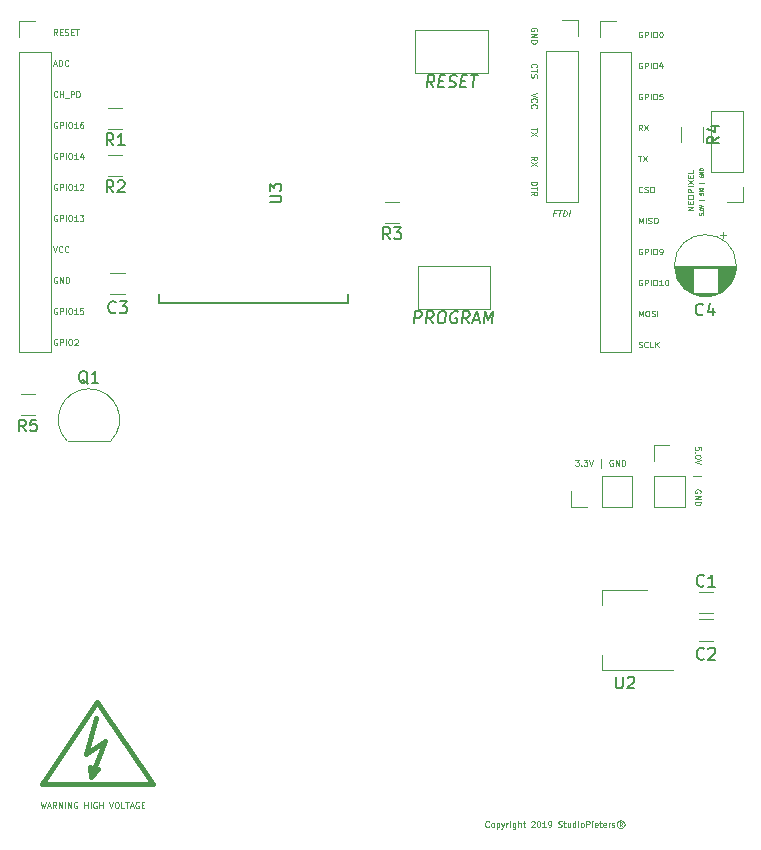
<source format=gto>
G04 #@! TF.GenerationSoftware,KiCad,Pcbnew,(5.1.2)-2*
G04 #@! TF.CreationDate,2019-08-09T14:08:30+02:00*
G04 #@! TF.ProjectId,ESP Base,45535020-4261-4736-952e-6b696361645f,1.0.8*
G04 #@! TF.SameCoordinates,Original*
G04 #@! TF.FileFunction,Legend,Top*
G04 #@! TF.FilePolarity,Positive*
%FSLAX46Y46*%
G04 Gerber Fmt 4.6, Leading zero omitted, Abs format (unit mm)*
G04 Created by KiCad (PCBNEW (5.1.2)-2) date 2019-08-09 14:08:30*
%MOMM*%
%LPD*%
G04 APERTURE LIST*
%ADD10C,0.075000*%
%ADD11C,0.125000*%
%ADD12C,0.120000*%
%ADD13C,0.381000*%
%ADD14C,0.152400*%
%ADD15C,0.150000*%
G04 APERTURE END LIST*
D10*
X124115714Y-64265714D02*
X124115714Y-64408571D01*
X124258571Y-64422857D01*
X124244285Y-64408571D01*
X124230000Y-64380000D01*
X124230000Y-64308571D01*
X124244285Y-64280000D01*
X124258571Y-64265714D01*
X124287142Y-64251428D01*
X124358571Y-64251428D01*
X124387142Y-64265714D01*
X124401428Y-64280000D01*
X124415714Y-64308571D01*
X124415714Y-64380000D01*
X124401428Y-64408571D01*
X124387142Y-64422857D01*
X124387142Y-64122857D02*
X124401428Y-64108571D01*
X124415714Y-64122857D01*
X124401428Y-64137142D01*
X124387142Y-64122857D01*
X124415714Y-64122857D01*
X124115714Y-63922857D02*
X124115714Y-63894285D01*
X124130000Y-63865714D01*
X124144285Y-63851428D01*
X124172857Y-63837142D01*
X124230000Y-63822857D01*
X124301428Y-63822857D01*
X124358571Y-63837142D01*
X124387142Y-63851428D01*
X124401428Y-63865714D01*
X124415714Y-63894285D01*
X124415714Y-63922857D01*
X124401428Y-63951428D01*
X124387142Y-63965714D01*
X124358571Y-63980000D01*
X124301428Y-63994285D01*
X124230000Y-63994285D01*
X124172857Y-63980000D01*
X124144285Y-63965714D01*
X124130000Y-63951428D01*
X124115714Y-63922857D01*
X124115714Y-63737142D02*
X124415714Y-63637142D01*
X124115714Y-63537142D01*
X124515714Y-63137142D02*
X124087142Y-63137142D01*
X124401428Y-62708571D02*
X124415714Y-62665714D01*
X124415714Y-62594285D01*
X124401428Y-62565714D01*
X124387142Y-62551428D01*
X124358571Y-62537142D01*
X124330000Y-62537142D01*
X124301428Y-62551428D01*
X124287142Y-62565714D01*
X124272857Y-62594285D01*
X124258571Y-62651428D01*
X124244285Y-62680000D01*
X124230000Y-62694285D01*
X124201428Y-62708571D01*
X124172857Y-62708571D01*
X124144285Y-62694285D01*
X124130000Y-62680000D01*
X124115714Y-62651428D01*
X124115714Y-62580000D01*
X124130000Y-62537142D01*
X124415714Y-62408571D02*
X124115714Y-62408571D01*
X124130000Y-62108571D02*
X124115714Y-62137142D01*
X124115714Y-62180000D01*
X124130000Y-62222857D01*
X124158571Y-62251428D01*
X124187142Y-62265714D01*
X124244285Y-62280000D01*
X124287142Y-62280000D01*
X124344285Y-62265714D01*
X124372857Y-62251428D01*
X124401428Y-62222857D01*
X124415714Y-62180000D01*
X124415714Y-62151428D01*
X124401428Y-62108571D01*
X124387142Y-62094285D01*
X124287142Y-62094285D01*
X124287142Y-62151428D01*
X124515714Y-61665714D02*
X124087142Y-61665714D01*
X124130000Y-61065714D02*
X124115714Y-61094285D01*
X124115714Y-61137142D01*
X124130000Y-61180000D01*
X124158571Y-61208571D01*
X124187142Y-61222857D01*
X124244285Y-61237142D01*
X124287142Y-61237142D01*
X124344285Y-61222857D01*
X124372857Y-61208571D01*
X124401428Y-61180000D01*
X124415714Y-61137142D01*
X124415714Y-61108571D01*
X124401428Y-61065714D01*
X124387142Y-61051428D01*
X124287142Y-61051428D01*
X124287142Y-61108571D01*
X124415714Y-60922857D02*
X124115714Y-60922857D01*
X124415714Y-60751428D01*
X124115714Y-60751428D01*
X124415714Y-60608571D02*
X124115714Y-60608571D01*
X124115714Y-60537142D01*
X124130000Y-60494285D01*
X124158571Y-60465714D01*
X124187142Y-60451428D01*
X124244285Y-60437142D01*
X124287142Y-60437142D01*
X124344285Y-60451428D01*
X124372857Y-60465714D01*
X124401428Y-60494285D01*
X124415714Y-60537142D01*
X124415714Y-60608571D01*
D11*
X110340000Y-48852202D02*
X110363809Y-48804583D01*
X110363809Y-48733154D01*
X110340000Y-48661726D01*
X110292380Y-48614107D01*
X110244761Y-48590297D01*
X110149523Y-48566488D01*
X110078095Y-48566488D01*
X109982857Y-48590297D01*
X109935238Y-48614107D01*
X109887619Y-48661726D01*
X109863809Y-48733154D01*
X109863809Y-48780773D01*
X109887619Y-48852202D01*
X109911428Y-48876011D01*
X110078095Y-48876011D01*
X110078095Y-48780773D01*
X109863809Y-49090297D02*
X110363809Y-49090297D01*
X109863809Y-49376011D01*
X110363809Y-49376011D01*
X109863809Y-49614107D02*
X110363809Y-49614107D01*
X110363809Y-49733154D01*
X110340000Y-49804583D01*
X110292380Y-49852202D01*
X110244761Y-49876011D01*
X110149523Y-49899821D01*
X110078095Y-49899821D01*
X109982857Y-49876011D01*
X109935238Y-49852202D01*
X109887619Y-49804583D01*
X109863809Y-49733154D01*
X109863809Y-49614107D01*
X109911428Y-51923630D02*
X109887619Y-51899821D01*
X109863809Y-51828392D01*
X109863809Y-51780773D01*
X109887619Y-51709345D01*
X109935238Y-51661726D01*
X109982857Y-51637916D01*
X110078095Y-51614107D01*
X110149523Y-51614107D01*
X110244761Y-51637916D01*
X110292380Y-51661726D01*
X110340000Y-51709345D01*
X110363809Y-51780773D01*
X110363809Y-51828392D01*
X110340000Y-51899821D01*
X110316190Y-51923630D01*
X110363809Y-52066488D02*
X110363809Y-52352202D01*
X109863809Y-52209345D02*
X110363809Y-52209345D01*
X109887619Y-52495059D02*
X109863809Y-52566488D01*
X109863809Y-52685535D01*
X109887619Y-52733154D01*
X109911428Y-52756964D01*
X109959047Y-52780773D01*
X110006666Y-52780773D01*
X110054285Y-52756964D01*
X110078095Y-52733154D01*
X110101904Y-52685535D01*
X110125714Y-52590297D01*
X110149523Y-52542678D01*
X110173333Y-52518869D01*
X110220952Y-52495059D01*
X110268571Y-52495059D01*
X110316190Y-52518869D01*
X110340000Y-52542678D01*
X110363809Y-52590297D01*
X110363809Y-52709345D01*
X110340000Y-52780773D01*
X110363809Y-54066488D02*
X109863809Y-54233154D01*
X110363809Y-54399821D01*
X109911428Y-54852202D02*
X109887619Y-54828392D01*
X109863809Y-54756964D01*
X109863809Y-54709345D01*
X109887619Y-54637916D01*
X109935238Y-54590297D01*
X109982857Y-54566488D01*
X110078095Y-54542678D01*
X110149523Y-54542678D01*
X110244761Y-54566488D01*
X110292380Y-54590297D01*
X110340000Y-54637916D01*
X110363809Y-54709345D01*
X110363809Y-54756964D01*
X110340000Y-54828392D01*
X110316190Y-54852202D01*
X109911428Y-55352202D02*
X109887619Y-55328392D01*
X109863809Y-55256964D01*
X109863809Y-55209345D01*
X109887619Y-55137916D01*
X109935238Y-55090297D01*
X109982857Y-55066488D01*
X110078095Y-55042678D01*
X110149523Y-55042678D01*
X110244761Y-55066488D01*
X110292380Y-55090297D01*
X110340000Y-55137916D01*
X110363809Y-55209345D01*
X110363809Y-55256964D01*
X110340000Y-55328392D01*
X110316190Y-55352202D01*
X110363809Y-57018869D02*
X110363809Y-57304583D01*
X109863809Y-57161726D02*
X110363809Y-57161726D01*
X110363809Y-57423630D02*
X109863809Y-57756964D01*
X110363809Y-57756964D02*
X109863809Y-57423630D01*
X109863809Y-59756964D02*
X110101904Y-59590297D01*
X109863809Y-59471250D02*
X110363809Y-59471250D01*
X110363809Y-59661726D01*
X110340000Y-59709345D01*
X110316190Y-59733154D01*
X110268571Y-59756964D01*
X110197142Y-59756964D01*
X110149523Y-59733154D01*
X110125714Y-59709345D01*
X110101904Y-59661726D01*
X110101904Y-59471250D01*
X110363809Y-59923630D02*
X109863809Y-60256964D01*
X110363809Y-60256964D02*
X109863809Y-59923630D01*
X109863809Y-61590297D02*
X110363809Y-61590297D01*
X110363809Y-61709345D01*
X110340000Y-61780773D01*
X110292380Y-61828392D01*
X110244761Y-61852202D01*
X110149523Y-61876011D01*
X110078095Y-61876011D01*
X109982857Y-61852202D01*
X109935238Y-61828392D01*
X109887619Y-61780773D01*
X109863809Y-61709345D01*
X109863809Y-61590297D01*
X110363809Y-62018869D02*
X110363809Y-62304583D01*
X109863809Y-62161726D02*
X110363809Y-62161726D01*
X109863809Y-62756964D02*
X110101904Y-62590297D01*
X109863809Y-62471250D02*
X110363809Y-62471250D01*
X110363809Y-62661726D01*
X110340000Y-62709345D01*
X110316190Y-62733154D01*
X110268571Y-62756964D01*
X110197142Y-62756964D01*
X110149523Y-62733154D01*
X110125714Y-62709345D01*
X110101904Y-62661726D01*
X110101904Y-62471250D01*
X69756011Y-49181190D02*
X69589345Y-48943095D01*
X69470297Y-49181190D02*
X69470297Y-48681190D01*
X69660773Y-48681190D01*
X69708392Y-48705000D01*
X69732202Y-48728809D01*
X69756011Y-48776428D01*
X69756011Y-48847857D01*
X69732202Y-48895476D01*
X69708392Y-48919285D01*
X69660773Y-48943095D01*
X69470297Y-48943095D01*
X69970297Y-48919285D02*
X70136964Y-48919285D01*
X70208392Y-49181190D02*
X69970297Y-49181190D01*
X69970297Y-48681190D01*
X70208392Y-48681190D01*
X70398869Y-49157380D02*
X70470297Y-49181190D01*
X70589345Y-49181190D01*
X70636964Y-49157380D01*
X70660773Y-49133571D01*
X70684583Y-49085952D01*
X70684583Y-49038333D01*
X70660773Y-48990714D01*
X70636964Y-48966904D01*
X70589345Y-48943095D01*
X70494107Y-48919285D01*
X70446488Y-48895476D01*
X70422678Y-48871666D01*
X70398869Y-48824047D01*
X70398869Y-48776428D01*
X70422678Y-48728809D01*
X70446488Y-48705000D01*
X70494107Y-48681190D01*
X70613154Y-48681190D01*
X70684583Y-48705000D01*
X70898869Y-48919285D02*
X71065535Y-48919285D01*
X71136964Y-49181190D02*
X70898869Y-49181190D01*
X70898869Y-48681190D01*
X71136964Y-48681190D01*
X71279821Y-48681190D02*
X71565535Y-48681190D01*
X71422678Y-49181190D02*
X71422678Y-48681190D01*
X69446488Y-51663333D02*
X69684583Y-51663333D01*
X69398869Y-51806190D02*
X69565535Y-51306190D01*
X69732202Y-51806190D01*
X69898869Y-51806190D02*
X69898869Y-51306190D01*
X70017916Y-51306190D01*
X70089345Y-51330000D01*
X70136964Y-51377619D01*
X70160773Y-51425238D01*
X70184583Y-51520476D01*
X70184583Y-51591904D01*
X70160773Y-51687142D01*
X70136964Y-51734761D01*
X70089345Y-51782380D01*
X70017916Y-51806190D01*
X69898869Y-51806190D01*
X70684583Y-51758571D02*
X70660773Y-51782380D01*
X70589345Y-51806190D01*
X70541726Y-51806190D01*
X70470297Y-51782380D01*
X70422678Y-51734761D01*
X70398869Y-51687142D01*
X70375059Y-51591904D01*
X70375059Y-51520476D01*
X70398869Y-51425238D01*
X70422678Y-51377619D01*
X70470297Y-51330000D01*
X70541726Y-51306190D01*
X70589345Y-51306190D01*
X70660773Y-51330000D01*
X70684583Y-51353809D01*
X69756011Y-54383571D02*
X69732202Y-54407380D01*
X69660773Y-54431190D01*
X69613154Y-54431190D01*
X69541726Y-54407380D01*
X69494107Y-54359761D01*
X69470297Y-54312142D01*
X69446488Y-54216904D01*
X69446488Y-54145476D01*
X69470297Y-54050238D01*
X69494107Y-54002619D01*
X69541726Y-53955000D01*
X69613154Y-53931190D01*
X69660773Y-53931190D01*
X69732202Y-53955000D01*
X69756011Y-53978809D01*
X69970297Y-54431190D02*
X69970297Y-53931190D01*
X69970297Y-54169285D02*
X70256011Y-54169285D01*
X70256011Y-54431190D02*
X70256011Y-53931190D01*
X70375059Y-54478809D02*
X70756011Y-54478809D01*
X70875059Y-54431190D02*
X70875059Y-53931190D01*
X71065535Y-53931190D01*
X71113154Y-53955000D01*
X71136964Y-53978809D01*
X71160773Y-54026428D01*
X71160773Y-54097857D01*
X71136964Y-54145476D01*
X71113154Y-54169285D01*
X71065535Y-54193095D01*
X70875059Y-54193095D01*
X71375059Y-54431190D02*
X71375059Y-53931190D01*
X71494107Y-53931190D01*
X71565535Y-53955000D01*
X71613154Y-54002619D01*
X71636964Y-54050238D01*
X71660773Y-54145476D01*
X71660773Y-54216904D01*
X71636964Y-54312142D01*
X71613154Y-54359761D01*
X71565535Y-54407380D01*
X71494107Y-54431190D01*
X71375059Y-54431190D01*
X69732202Y-56580000D02*
X69684583Y-56556190D01*
X69613154Y-56556190D01*
X69541726Y-56580000D01*
X69494107Y-56627619D01*
X69470297Y-56675238D01*
X69446488Y-56770476D01*
X69446488Y-56841904D01*
X69470297Y-56937142D01*
X69494107Y-56984761D01*
X69541726Y-57032380D01*
X69613154Y-57056190D01*
X69660773Y-57056190D01*
X69732202Y-57032380D01*
X69756011Y-57008571D01*
X69756011Y-56841904D01*
X69660773Y-56841904D01*
X69970297Y-57056190D02*
X69970297Y-56556190D01*
X70160773Y-56556190D01*
X70208392Y-56580000D01*
X70232202Y-56603809D01*
X70256011Y-56651428D01*
X70256011Y-56722857D01*
X70232202Y-56770476D01*
X70208392Y-56794285D01*
X70160773Y-56818095D01*
X69970297Y-56818095D01*
X70470297Y-57056190D02*
X70470297Y-56556190D01*
X70803630Y-56556190D02*
X70898869Y-56556190D01*
X70946488Y-56580000D01*
X70994107Y-56627619D01*
X71017916Y-56722857D01*
X71017916Y-56889523D01*
X70994107Y-56984761D01*
X70946488Y-57032380D01*
X70898869Y-57056190D01*
X70803630Y-57056190D01*
X70756011Y-57032380D01*
X70708392Y-56984761D01*
X70684583Y-56889523D01*
X70684583Y-56722857D01*
X70708392Y-56627619D01*
X70756011Y-56580000D01*
X70803630Y-56556190D01*
X71494107Y-57056190D02*
X71208392Y-57056190D01*
X71351250Y-57056190D02*
X71351250Y-56556190D01*
X71303630Y-56627619D01*
X71256011Y-56675238D01*
X71208392Y-56699047D01*
X71922678Y-56556190D02*
X71827440Y-56556190D01*
X71779821Y-56580000D01*
X71756011Y-56603809D01*
X71708392Y-56675238D01*
X71684583Y-56770476D01*
X71684583Y-56960952D01*
X71708392Y-57008571D01*
X71732202Y-57032380D01*
X71779821Y-57056190D01*
X71875059Y-57056190D01*
X71922678Y-57032380D01*
X71946488Y-57008571D01*
X71970297Y-56960952D01*
X71970297Y-56841904D01*
X71946488Y-56794285D01*
X71922678Y-56770476D01*
X71875059Y-56746666D01*
X71779821Y-56746666D01*
X71732202Y-56770476D01*
X71708392Y-56794285D01*
X71684583Y-56841904D01*
X69732202Y-59205000D02*
X69684583Y-59181190D01*
X69613154Y-59181190D01*
X69541726Y-59205000D01*
X69494107Y-59252619D01*
X69470297Y-59300238D01*
X69446488Y-59395476D01*
X69446488Y-59466904D01*
X69470297Y-59562142D01*
X69494107Y-59609761D01*
X69541726Y-59657380D01*
X69613154Y-59681190D01*
X69660773Y-59681190D01*
X69732202Y-59657380D01*
X69756011Y-59633571D01*
X69756011Y-59466904D01*
X69660773Y-59466904D01*
X69970297Y-59681190D02*
X69970297Y-59181190D01*
X70160773Y-59181190D01*
X70208392Y-59205000D01*
X70232202Y-59228809D01*
X70256011Y-59276428D01*
X70256011Y-59347857D01*
X70232202Y-59395476D01*
X70208392Y-59419285D01*
X70160773Y-59443095D01*
X69970297Y-59443095D01*
X70470297Y-59681190D02*
X70470297Y-59181190D01*
X70803630Y-59181190D02*
X70898869Y-59181190D01*
X70946488Y-59205000D01*
X70994107Y-59252619D01*
X71017916Y-59347857D01*
X71017916Y-59514523D01*
X70994107Y-59609761D01*
X70946488Y-59657380D01*
X70898869Y-59681190D01*
X70803630Y-59681190D01*
X70756011Y-59657380D01*
X70708392Y-59609761D01*
X70684583Y-59514523D01*
X70684583Y-59347857D01*
X70708392Y-59252619D01*
X70756011Y-59205000D01*
X70803630Y-59181190D01*
X71494107Y-59681190D02*
X71208392Y-59681190D01*
X71351250Y-59681190D02*
X71351250Y-59181190D01*
X71303630Y-59252619D01*
X71256011Y-59300238D01*
X71208392Y-59324047D01*
X71922678Y-59347857D02*
X71922678Y-59681190D01*
X71803630Y-59157380D02*
X71684583Y-59514523D01*
X71994107Y-59514523D01*
X69732202Y-61830000D02*
X69684583Y-61806190D01*
X69613154Y-61806190D01*
X69541726Y-61830000D01*
X69494107Y-61877619D01*
X69470297Y-61925238D01*
X69446488Y-62020476D01*
X69446488Y-62091904D01*
X69470297Y-62187142D01*
X69494107Y-62234761D01*
X69541726Y-62282380D01*
X69613154Y-62306190D01*
X69660773Y-62306190D01*
X69732202Y-62282380D01*
X69756011Y-62258571D01*
X69756011Y-62091904D01*
X69660773Y-62091904D01*
X69970297Y-62306190D02*
X69970297Y-61806190D01*
X70160773Y-61806190D01*
X70208392Y-61830000D01*
X70232202Y-61853809D01*
X70256011Y-61901428D01*
X70256011Y-61972857D01*
X70232202Y-62020476D01*
X70208392Y-62044285D01*
X70160773Y-62068095D01*
X69970297Y-62068095D01*
X70470297Y-62306190D02*
X70470297Y-61806190D01*
X70803630Y-61806190D02*
X70898869Y-61806190D01*
X70946488Y-61830000D01*
X70994107Y-61877619D01*
X71017916Y-61972857D01*
X71017916Y-62139523D01*
X70994107Y-62234761D01*
X70946488Y-62282380D01*
X70898869Y-62306190D01*
X70803630Y-62306190D01*
X70756011Y-62282380D01*
X70708392Y-62234761D01*
X70684583Y-62139523D01*
X70684583Y-61972857D01*
X70708392Y-61877619D01*
X70756011Y-61830000D01*
X70803630Y-61806190D01*
X71494107Y-62306190D02*
X71208392Y-62306190D01*
X71351250Y-62306190D02*
X71351250Y-61806190D01*
X71303630Y-61877619D01*
X71256011Y-61925238D01*
X71208392Y-61949047D01*
X71684583Y-61853809D02*
X71708392Y-61830000D01*
X71756011Y-61806190D01*
X71875059Y-61806190D01*
X71922678Y-61830000D01*
X71946488Y-61853809D01*
X71970297Y-61901428D01*
X71970297Y-61949047D01*
X71946488Y-62020476D01*
X71660773Y-62306190D01*
X71970297Y-62306190D01*
X69732202Y-64455000D02*
X69684583Y-64431190D01*
X69613154Y-64431190D01*
X69541726Y-64455000D01*
X69494107Y-64502619D01*
X69470297Y-64550238D01*
X69446488Y-64645476D01*
X69446488Y-64716904D01*
X69470297Y-64812142D01*
X69494107Y-64859761D01*
X69541726Y-64907380D01*
X69613154Y-64931190D01*
X69660773Y-64931190D01*
X69732202Y-64907380D01*
X69756011Y-64883571D01*
X69756011Y-64716904D01*
X69660773Y-64716904D01*
X69970297Y-64931190D02*
X69970297Y-64431190D01*
X70160773Y-64431190D01*
X70208392Y-64455000D01*
X70232202Y-64478809D01*
X70256011Y-64526428D01*
X70256011Y-64597857D01*
X70232202Y-64645476D01*
X70208392Y-64669285D01*
X70160773Y-64693095D01*
X69970297Y-64693095D01*
X70470297Y-64931190D02*
X70470297Y-64431190D01*
X70803630Y-64431190D02*
X70898869Y-64431190D01*
X70946488Y-64455000D01*
X70994107Y-64502619D01*
X71017916Y-64597857D01*
X71017916Y-64764523D01*
X70994107Y-64859761D01*
X70946488Y-64907380D01*
X70898869Y-64931190D01*
X70803630Y-64931190D01*
X70756011Y-64907380D01*
X70708392Y-64859761D01*
X70684583Y-64764523D01*
X70684583Y-64597857D01*
X70708392Y-64502619D01*
X70756011Y-64455000D01*
X70803630Y-64431190D01*
X71494107Y-64931190D02*
X71208392Y-64931190D01*
X71351250Y-64931190D02*
X71351250Y-64431190D01*
X71303630Y-64502619D01*
X71256011Y-64550238D01*
X71208392Y-64574047D01*
X71660773Y-64431190D02*
X71970297Y-64431190D01*
X71803630Y-64621666D01*
X71875059Y-64621666D01*
X71922678Y-64645476D01*
X71946488Y-64669285D01*
X71970297Y-64716904D01*
X71970297Y-64835952D01*
X71946488Y-64883571D01*
X71922678Y-64907380D01*
X71875059Y-64931190D01*
X71732202Y-64931190D01*
X71684583Y-64907380D01*
X71660773Y-64883571D01*
X69398869Y-67056190D02*
X69565535Y-67556190D01*
X69732202Y-67056190D01*
X70184583Y-67508571D02*
X70160773Y-67532380D01*
X70089345Y-67556190D01*
X70041726Y-67556190D01*
X69970297Y-67532380D01*
X69922678Y-67484761D01*
X69898869Y-67437142D01*
X69875059Y-67341904D01*
X69875059Y-67270476D01*
X69898869Y-67175238D01*
X69922678Y-67127619D01*
X69970297Y-67080000D01*
X70041726Y-67056190D01*
X70089345Y-67056190D01*
X70160773Y-67080000D01*
X70184583Y-67103809D01*
X70684583Y-67508571D02*
X70660773Y-67532380D01*
X70589345Y-67556190D01*
X70541726Y-67556190D01*
X70470297Y-67532380D01*
X70422678Y-67484761D01*
X70398869Y-67437142D01*
X70375059Y-67341904D01*
X70375059Y-67270476D01*
X70398869Y-67175238D01*
X70422678Y-67127619D01*
X70470297Y-67080000D01*
X70541726Y-67056190D01*
X70589345Y-67056190D01*
X70660773Y-67080000D01*
X70684583Y-67103809D01*
X69732202Y-69705000D02*
X69684583Y-69681190D01*
X69613154Y-69681190D01*
X69541726Y-69705000D01*
X69494107Y-69752619D01*
X69470297Y-69800238D01*
X69446488Y-69895476D01*
X69446488Y-69966904D01*
X69470297Y-70062142D01*
X69494107Y-70109761D01*
X69541726Y-70157380D01*
X69613154Y-70181190D01*
X69660773Y-70181190D01*
X69732202Y-70157380D01*
X69756011Y-70133571D01*
X69756011Y-69966904D01*
X69660773Y-69966904D01*
X69970297Y-70181190D02*
X69970297Y-69681190D01*
X70256011Y-70181190D01*
X70256011Y-69681190D01*
X70494107Y-70181190D02*
X70494107Y-69681190D01*
X70613154Y-69681190D01*
X70684583Y-69705000D01*
X70732202Y-69752619D01*
X70756011Y-69800238D01*
X70779821Y-69895476D01*
X70779821Y-69966904D01*
X70756011Y-70062142D01*
X70732202Y-70109761D01*
X70684583Y-70157380D01*
X70613154Y-70181190D01*
X70494107Y-70181190D01*
X69732202Y-72330000D02*
X69684583Y-72306190D01*
X69613154Y-72306190D01*
X69541726Y-72330000D01*
X69494107Y-72377619D01*
X69470297Y-72425238D01*
X69446488Y-72520476D01*
X69446488Y-72591904D01*
X69470297Y-72687142D01*
X69494107Y-72734761D01*
X69541726Y-72782380D01*
X69613154Y-72806190D01*
X69660773Y-72806190D01*
X69732202Y-72782380D01*
X69756011Y-72758571D01*
X69756011Y-72591904D01*
X69660773Y-72591904D01*
X69970297Y-72806190D02*
X69970297Y-72306190D01*
X70160773Y-72306190D01*
X70208392Y-72330000D01*
X70232202Y-72353809D01*
X70256011Y-72401428D01*
X70256011Y-72472857D01*
X70232202Y-72520476D01*
X70208392Y-72544285D01*
X70160773Y-72568095D01*
X69970297Y-72568095D01*
X70470297Y-72806190D02*
X70470297Y-72306190D01*
X70803630Y-72306190D02*
X70898869Y-72306190D01*
X70946488Y-72330000D01*
X70994107Y-72377619D01*
X71017916Y-72472857D01*
X71017916Y-72639523D01*
X70994107Y-72734761D01*
X70946488Y-72782380D01*
X70898869Y-72806190D01*
X70803630Y-72806190D01*
X70756011Y-72782380D01*
X70708392Y-72734761D01*
X70684583Y-72639523D01*
X70684583Y-72472857D01*
X70708392Y-72377619D01*
X70756011Y-72330000D01*
X70803630Y-72306190D01*
X71494107Y-72806190D02*
X71208392Y-72806190D01*
X71351250Y-72806190D02*
X71351250Y-72306190D01*
X71303630Y-72377619D01*
X71256011Y-72425238D01*
X71208392Y-72449047D01*
X71946488Y-72306190D02*
X71708392Y-72306190D01*
X71684583Y-72544285D01*
X71708392Y-72520476D01*
X71756011Y-72496666D01*
X71875059Y-72496666D01*
X71922678Y-72520476D01*
X71946488Y-72544285D01*
X71970297Y-72591904D01*
X71970297Y-72710952D01*
X71946488Y-72758571D01*
X71922678Y-72782380D01*
X71875059Y-72806190D01*
X71756011Y-72806190D01*
X71708392Y-72782380D01*
X71684583Y-72758571D01*
X69732202Y-74955000D02*
X69684583Y-74931190D01*
X69613154Y-74931190D01*
X69541726Y-74955000D01*
X69494107Y-75002619D01*
X69470297Y-75050238D01*
X69446488Y-75145476D01*
X69446488Y-75216904D01*
X69470297Y-75312142D01*
X69494107Y-75359761D01*
X69541726Y-75407380D01*
X69613154Y-75431190D01*
X69660773Y-75431190D01*
X69732202Y-75407380D01*
X69756011Y-75383571D01*
X69756011Y-75216904D01*
X69660773Y-75216904D01*
X69970297Y-75431190D02*
X69970297Y-74931190D01*
X70160773Y-74931190D01*
X70208392Y-74955000D01*
X70232202Y-74978809D01*
X70256011Y-75026428D01*
X70256011Y-75097857D01*
X70232202Y-75145476D01*
X70208392Y-75169285D01*
X70160773Y-75193095D01*
X69970297Y-75193095D01*
X70470297Y-75431190D02*
X70470297Y-74931190D01*
X70803630Y-74931190D02*
X70898869Y-74931190D01*
X70946488Y-74955000D01*
X70994107Y-75002619D01*
X71017916Y-75097857D01*
X71017916Y-75264523D01*
X70994107Y-75359761D01*
X70946488Y-75407380D01*
X70898869Y-75431190D01*
X70803630Y-75431190D01*
X70756011Y-75407380D01*
X70708392Y-75359761D01*
X70684583Y-75264523D01*
X70684583Y-75097857D01*
X70708392Y-75002619D01*
X70756011Y-74955000D01*
X70803630Y-74931190D01*
X71208392Y-74978809D02*
X71232202Y-74955000D01*
X71279821Y-74931190D01*
X71398869Y-74931190D01*
X71446488Y-74955000D01*
X71470297Y-74978809D01*
X71494107Y-75026428D01*
X71494107Y-75074047D01*
X71470297Y-75145476D01*
X71184583Y-75431190D01*
X71494107Y-75431190D01*
X119252202Y-48905000D02*
X119204583Y-48881190D01*
X119133154Y-48881190D01*
X119061726Y-48905000D01*
X119014107Y-48952619D01*
X118990297Y-49000238D01*
X118966488Y-49095476D01*
X118966488Y-49166904D01*
X118990297Y-49262142D01*
X119014107Y-49309761D01*
X119061726Y-49357380D01*
X119133154Y-49381190D01*
X119180773Y-49381190D01*
X119252202Y-49357380D01*
X119276011Y-49333571D01*
X119276011Y-49166904D01*
X119180773Y-49166904D01*
X119490297Y-49381190D02*
X119490297Y-48881190D01*
X119680773Y-48881190D01*
X119728392Y-48905000D01*
X119752202Y-48928809D01*
X119776011Y-48976428D01*
X119776011Y-49047857D01*
X119752202Y-49095476D01*
X119728392Y-49119285D01*
X119680773Y-49143095D01*
X119490297Y-49143095D01*
X119990297Y-49381190D02*
X119990297Y-48881190D01*
X120323630Y-48881190D02*
X120418869Y-48881190D01*
X120466488Y-48905000D01*
X120514107Y-48952619D01*
X120537916Y-49047857D01*
X120537916Y-49214523D01*
X120514107Y-49309761D01*
X120466488Y-49357380D01*
X120418869Y-49381190D01*
X120323630Y-49381190D01*
X120276011Y-49357380D01*
X120228392Y-49309761D01*
X120204583Y-49214523D01*
X120204583Y-49047857D01*
X120228392Y-48952619D01*
X120276011Y-48905000D01*
X120323630Y-48881190D01*
X120847440Y-48881190D02*
X120895059Y-48881190D01*
X120942678Y-48905000D01*
X120966488Y-48928809D01*
X120990297Y-48976428D01*
X121014107Y-49071666D01*
X121014107Y-49190714D01*
X120990297Y-49285952D01*
X120966488Y-49333571D01*
X120942678Y-49357380D01*
X120895059Y-49381190D01*
X120847440Y-49381190D01*
X120799821Y-49357380D01*
X120776011Y-49333571D01*
X120752202Y-49285952D01*
X120728392Y-49190714D01*
X120728392Y-49071666D01*
X120752202Y-48976428D01*
X120776011Y-48928809D01*
X120799821Y-48905000D01*
X120847440Y-48881190D01*
X119252202Y-51530000D02*
X119204583Y-51506190D01*
X119133154Y-51506190D01*
X119061726Y-51530000D01*
X119014107Y-51577619D01*
X118990297Y-51625238D01*
X118966488Y-51720476D01*
X118966488Y-51791904D01*
X118990297Y-51887142D01*
X119014107Y-51934761D01*
X119061726Y-51982380D01*
X119133154Y-52006190D01*
X119180773Y-52006190D01*
X119252202Y-51982380D01*
X119276011Y-51958571D01*
X119276011Y-51791904D01*
X119180773Y-51791904D01*
X119490297Y-52006190D02*
X119490297Y-51506190D01*
X119680773Y-51506190D01*
X119728392Y-51530000D01*
X119752202Y-51553809D01*
X119776011Y-51601428D01*
X119776011Y-51672857D01*
X119752202Y-51720476D01*
X119728392Y-51744285D01*
X119680773Y-51768095D01*
X119490297Y-51768095D01*
X119990297Y-52006190D02*
X119990297Y-51506190D01*
X120323630Y-51506190D02*
X120418869Y-51506190D01*
X120466488Y-51530000D01*
X120514107Y-51577619D01*
X120537916Y-51672857D01*
X120537916Y-51839523D01*
X120514107Y-51934761D01*
X120466488Y-51982380D01*
X120418869Y-52006190D01*
X120323630Y-52006190D01*
X120276011Y-51982380D01*
X120228392Y-51934761D01*
X120204583Y-51839523D01*
X120204583Y-51672857D01*
X120228392Y-51577619D01*
X120276011Y-51530000D01*
X120323630Y-51506190D01*
X120966488Y-51672857D02*
X120966488Y-52006190D01*
X120847440Y-51482380D02*
X120728392Y-51839523D01*
X121037916Y-51839523D01*
X119252202Y-54155000D02*
X119204583Y-54131190D01*
X119133154Y-54131190D01*
X119061726Y-54155000D01*
X119014107Y-54202619D01*
X118990297Y-54250238D01*
X118966488Y-54345476D01*
X118966488Y-54416904D01*
X118990297Y-54512142D01*
X119014107Y-54559761D01*
X119061726Y-54607380D01*
X119133154Y-54631190D01*
X119180773Y-54631190D01*
X119252202Y-54607380D01*
X119276011Y-54583571D01*
X119276011Y-54416904D01*
X119180773Y-54416904D01*
X119490297Y-54631190D02*
X119490297Y-54131190D01*
X119680773Y-54131190D01*
X119728392Y-54155000D01*
X119752202Y-54178809D01*
X119776011Y-54226428D01*
X119776011Y-54297857D01*
X119752202Y-54345476D01*
X119728392Y-54369285D01*
X119680773Y-54393095D01*
X119490297Y-54393095D01*
X119990297Y-54631190D02*
X119990297Y-54131190D01*
X120323630Y-54131190D02*
X120418869Y-54131190D01*
X120466488Y-54155000D01*
X120514107Y-54202619D01*
X120537916Y-54297857D01*
X120537916Y-54464523D01*
X120514107Y-54559761D01*
X120466488Y-54607380D01*
X120418869Y-54631190D01*
X120323630Y-54631190D01*
X120276011Y-54607380D01*
X120228392Y-54559761D01*
X120204583Y-54464523D01*
X120204583Y-54297857D01*
X120228392Y-54202619D01*
X120276011Y-54155000D01*
X120323630Y-54131190D01*
X120990297Y-54131190D02*
X120752202Y-54131190D01*
X120728392Y-54369285D01*
X120752202Y-54345476D01*
X120799821Y-54321666D01*
X120918869Y-54321666D01*
X120966488Y-54345476D01*
X120990297Y-54369285D01*
X121014107Y-54416904D01*
X121014107Y-54535952D01*
X120990297Y-54583571D01*
X120966488Y-54607380D01*
X120918869Y-54631190D01*
X120799821Y-54631190D01*
X120752202Y-54607380D01*
X120728392Y-54583571D01*
X119276011Y-57256190D02*
X119109345Y-57018095D01*
X118990297Y-57256190D02*
X118990297Y-56756190D01*
X119180773Y-56756190D01*
X119228392Y-56780000D01*
X119252202Y-56803809D01*
X119276011Y-56851428D01*
X119276011Y-56922857D01*
X119252202Y-56970476D01*
X119228392Y-56994285D01*
X119180773Y-57018095D01*
X118990297Y-57018095D01*
X119442678Y-56756190D02*
X119776011Y-57256190D01*
X119776011Y-56756190D02*
X119442678Y-57256190D01*
X118918869Y-59381190D02*
X119204583Y-59381190D01*
X119061726Y-59881190D02*
X119061726Y-59381190D01*
X119323630Y-59381190D02*
X119656964Y-59881190D01*
X119656964Y-59381190D02*
X119323630Y-59881190D01*
X119276011Y-62458571D02*
X119252202Y-62482380D01*
X119180773Y-62506190D01*
X119133154Y-62506190D01*
X119061726Y-62482380D01*
X119014107Y-62434761D01*
X118990297Y-62387142D01*
X118966488Y-62291904D01*
X118966488Y-62220476D01*
X118990297Y-62125238D01*
X119014107Y-62077619D01*
X119061726Y-62030000D01*
X119133154Y-62006190D01*
X119180773Y-62006190D01*
X119252202Y-62030000D01*
X119276011Y-62053809D01*
X119466488Y-62482380D02*
X119537916Y-62506190D01*
X119656964Y-62506190D01*
X119704583Y-62482380D01*
X119728392Y-62458571D01*
X119752202Y-62410952D01*
X119752202Y-62363333D01*
X119728392Y-62315714D01*
X119704583Y-62291904D01*
X119656964Y-62268095D01*
X119561726Y-62244285D01*
X119514107Y-62220476D01*
X119490297Y-62196666D01*
X119466488Y-62149047D01*
X119466488Y-62101428D01*
X119490297Y-62053809D01*
X119514107Y-62030000D01*
X119561726Y-62006190D01*
X119680773Y-62006190D01*
X119752202Y-62030000D01*
X120061726Y-62006190D02*
X120156964Y-62006190D01*
X120204583Y-62030000D01*
X120252202Y-62077619D01*
X120276011Y-62172857D01*
X120276011Y-62339523D01*
X120252202Y-62434761D01*
X120204583Y-62482380D01*
X120156964Y-62506190D01*
X120061726Y-62506190D01*
X120014107Y-62482380D01*
X119966488Y-62434761D01*
X119942678Y-62339523D01*
X119942678Y-62172857D01*
X119966488Y-62077619D01*
X120014107Y-62030000D01*
X120061726Y-62006190D01*
X118990297Y-65131190D02*
X118990297Y-64631190D01*
X119156964Y-64988333D01*
X119323630Y-64631190D01*
X119323630Y-65131190D01*
X119561726Y-65131190D02*
X119561726Y-64631190D01*
X119776011Y-65107380D02*
X119847440Y-65131190D01*
X119966488Y-65131190D01*
X120014107Y-65107380D01*
X120037916Y-65083571D01*
X120061726Y-65035952D01*
X120061726Y-64988333D01*
X120037916Y-64940714D01*
X120014107Y-64916904D01*
X119966488Y-64893095D01*
X119871250Y-64869285D01*
X119823630Y-64845476D01*
X119799821Y-64821666D01*
X119776011Y-64774047D01*
X119776011Y-64726428D01*
X119799821Y-64678809D01*
X119823630Y-64655000D01*
X119871250Y-64631190D01*
X119990297Y-64631190D01*
X120061726Y-64655000D01*
X120371250Y-64631190D02*
X120466488Y-64631190D01*
X120514107Y-64655000D01*
X120561726Y-64702619D01*
X120585535Y-64797857D01*
X120585535Y-64964523D01*
X120561726Y-65059761D01*
X120514107Y-65107380D01*
X120466488Y-65131190D01*
X120371250Y-65131190D01*
X120323630Y-65107380D01*
X120276011Y-65059761D01*
X120252202Y-64964523D01*
X120252202Y-64797857D01*
X120276011Y-64702619D01*
X120323630Y-64655000D01*
X120371250Y-64631190D01*
X119252202Y-67280000D02*
X119204583Y-67256190D01*
X119133154Y-67256190D01*
X119061726Y-67280000D01*
X119014107Y-67327619D01*
X118990297Y-67375238D01*
X118966488Y-67470476D01*
X118966488Y-67541904D01*
X118990297Y-67637142D01*
X119014107Y-67684761D01*
X119061726Y-67732380D01*
X119133154Y-67756190D01*
X119180773Y-67756190D01*
X119252202Y-67732380D01*
X119276011Y-67708571D01*
X119276011Y-67541904D01*
X119180773Y-67541904D01*
X119490297Y-67756190D02*
X119490297Y-67256190D01*
X119680773Y-67256190D01*
X119728392Y-67280000D01*
X119752202Y-67303809D01*
X119776011Y-67351428D01*
X119776011Y-67422857D01*
X119752202Y-67470476D01*
X119728392Y-67494285D01*
X119680773Y-67518095D01*
X119490297Y-67518095D01*
X119990297Y-67756190D02*
X119990297Y-67256190D01*
X120323630Y-67256190D02*
X120418869Y-67256190D01*
X120466488Y-67280000D01*
X120514107Y-67327619D01*
X120537916Y-67422857D01*
X120537916Y-67589523D01*
X120514107Y-67684761D01*
X120466488Y-67732380D01*
X120418869Y-67756190D01*
X120323630Y-67756190D01*
X120276011Y-67732380D01*
X120228392Y-67684761D01*
X120204583Y-67589523D01*
X120204583Y-67422857D01*
X120228392Y-67327619D01*
X120276011Y-67280000D01*
X120323630Y-67256190D01*
X120776011Y-67756190D02*
X120871250Y-67756190D01*
X120918869Y-67732380D01*
X120942678Y-67708571D01*
X120990297Y-67637142D01*
X121014107Y-67541904D01*
X121014107Y-67351428D01*
X120990297Y-67303809D01*
X120966488Y-67280000D01*
X120918869Y-67256190D01*
X120823630Y-67256190D01*
X120776011Y-67280000D01*
X120752202Y-67303809D01*
X120728392Y-67351428D01*
X120728392Y-67470476D01*
X120752202Y-67518095D01*
X120776011Y-67541904D01*
X120823630Y-67565714D01*
X120918869Y-67565714D01*
X120966488Y-67541904D01*
X120990297Y-67518095D01*
X121014107Y-67470476D01*
X119252202Y-69905000D02*
X119204583Y-69881190D01*
X119133154Y-69881190D01*
X119061726Y-69905000D01*
X119014107Y-69952619D01*
X118990297Y-70000238D01*
X118966488Y-70095476D01*
X118966488Y-70166904D01*
X118990297Y-70262142D01*
X119014107Y-70309761D01*
X119061726Y-70357380D01*
X119133154Y-70381190D01*
X119180773Y-70381190D01*
X119252202Y-70357380D01*
X119276011Y-70333571D01*
X119276011Y-70166904D01*
X119180773Y-70166904D01*
X119490297Y-70381190D02*
X119490297Y-69881190D01*
X119680773Y-69881190D01*
X119728392Y-69905000D01*
X119752202Y-69928809D01*
X119776011Y-69976428D01*
X119776011Y-70047857D01*
X119752202Y-70095476D01*
X119728392Y-70119285D01*
X119680773Y-70143095D01*
X119490297Y-70143095D01*
X119990297Y-70381190D02*
X119990297Y-69881190D01*
X120323630Y-69881190D02*
X120418869Y-69881190D01*
X120466488Y-69905000D01*
X120514107Y-69952619D01*
X120537916Y-70047857D01*
X120537916Y-70214523D01*
X120514107Y-70309761D01*
X120466488Y-70357380D01*
X120418869Y-70381190D01*
X120323630Y-70381190D01*
X120276011Y-70357380D01*
X120228392Y-70309761D01*
X120204583Y-70214523D01*
X120204583Y-70047857D01*
X120228392Y-69952619D01*
X120276011Y-69905000D01*
X120323630Y-69881190D01*
X121014107Y-70381190D02*
X120728392Y-70381190D01*
X120871250Y-70381190D02*
X120871250Y-69881190D01*
X120823630Y-69952619D01*
X120776011Y-70000238D01*
X120728392Y-70024047D01*
X121323630Y-69881190D02*
X121371250Y-69881190D01*
X121418869Y-69905000D01*
X121442678Y-69928809D01*
X121466488Y-69976428D01*
X121490297Y-70071666D01*
X121490297Y-70190714D01*
X121466488Y-70285952D01*
X121442678Y-70333571D01*
X121418869Y-70357380D01*
X121371250Y-70381190D01*
X121323630Y-70381190D01*
X121276011Y-70357380D01*
X121252202Y-70333571D01*
X121228392Y-70285952D01*
X121204583Y-70190714D01*
X121204583Y-70071666D01*
X121228392Y-69976428D01*
X121252202Y-69928809D01*
X121276011Y-69905000D01*
X121323630Y-69881190D01*
X118990297Y-73006190D02*
X118990297Y-72506190D01*
X119156964Y-72863333D01*
X119323630Y-72506190D01*
X119323630Y-73006190D01*
X119656964Y-72506190D02*
X119752202Y-72506190D01*
X119799821Y-72530000D01*
X119847440Y-72577619D01*
X119871250Y-72672857D01*
X119871250Y-72839523D01*
X119847440Y-72934761D01*
X119799821Y-72982380D01*
X119752202Y-73006190D01*
X119656964Y-73006190D01*
X119609345Y-72982380D01*
X119561726Y-72934761D01*
X119537916Y-72839523D01*
X119537916Y-72672857D01*
X119561726Y-72577619D01*
X119609345Y-72530000D01*
X119656964Y-72506190D01*
X120061726Y-72982380D02*
X120133154Y-73006190D01*
X120252202Y-73006190D01*
X120299821Y-72982380D01*
X120323630Y-72958571D01*
X120347440Y-72910952D01*
X120347440Y-72863333D01*
X120323630Y-72815714D01*
X120299821Y-72791904D01*
X120252202Y-72768095D01*
X120156964Y-72744285D01*
X120109345Y-72720476D01*
X120085535Y-72696666D01*
X120061726Y-72649047D01*
X120061726Y-72601428D01*
X120085535Y-72553809D01*
X120109345Y-72530000D01*
X120156964Y-72506190D01*
X120276011Y-72506190D01*
X120347440Y-72530000D01*
X120561726Y-73006190D02*
X120561726Y-72506190D01*
X118966488Y-75607380D02*
X119037916Y-75631190D01*
X119156964Y-75631190D01*
X119204583Y-75607380D01*
X119228392Y-75583571D01*
X119252202Y-75535952D01*
X119252202Y-75488333D01*
X119228392Y-75440714D01*
X119204583Y-75416904D01*
X119156964Y-75393095D01*
X119061726Y-75369285D01*
X119014107Y-75345476D01*
X118990297Y-75321666D01*
X118966488Y-75274047D01*
X118966488Y-75226428D01*
X118990297Y-75178809D01*
X119014107Y-75155000D01*
X119061726Y-75131190D01*
X119180773Y-75131190D01*
X119252202Y-75155000D01*
X119752202Y-75583571D02*
X119728392Y-75607380D01*
X119656964Y-75631190D01*
X119609345Y-75631190D01*
X119537916Y-75607380D01*
X119490297Y-75559761D01*
X119466488Y-75512142D01*
X119442678Y-75416904D01*
X119442678Y-75345476D01*
X119466488Y-75250238D01*
X119490297Y-75202619D01*
X119537916Y-75155000D01*
X119609345Y-75131190D01*
X119656964Y-75131190D01*
X119728392Y-75155000D01*
X119752202Y-75178809D01*
X120204583Y-75631190D02*
X119966488Y-75631190D01*
X119966488Y-75131190D01*
X120371250Y-75631190D02*
X120371250Y-75131190D01*
X120656964Y-75631190D02*
X120442678Y-75345476D01*
X120656964Y-75131190D02*
X120371250Y-75416904D01*
X106284761Y-116188571D02*
X106260952Y-116212380D01*
X106189523Y-116236190D01*
X106141904Y-116236190D01*
X106070476Y-116212380D01*
X106022857Y-116164761D01*
X105999047Y-116117142D01*
X105975238Y-116021904D01*
X105975238Y-115950476D01*
X105999047Y-115855238D01*
X106022857Y-115807619D01*
X106070476Y-115760000D01*
X106141904Y-115736190D01*
X106189523Y-115736190D01*
X106260952Y-115760000D01*
X106284761Y-115783809D01*
X106570476Y-116236190D02*
X106522857Y-116212380D01*
X106499047Y-116188571D01*
X106475238Y-116140952D01*
X106475238Y-115998095D01*
X106499047Y-115950476D01*
X106522857Y-115926666D01*
X106570476Y-115902857D01*
X106641904Y-115902857D01*
X106689523Y-115926666D01*
X106713333Y-115950476D01*
X106737142Y-115998095D01*
X106737142Y-116140952D01*
X106713333Y-116188571D01*
X106689523Y-116212380D01*
X106641904Y-116236190D01*
X106570476Y-116236190D01*
X106951428Y-115902857D02*
X106951428Y-116402857D01*
X106951428Y-115926666D02*
X106999047Y-115902857D01*
X107094285Y-115902857D01*
X107141904Y-115926666D01*
X107165714Y-115950476D01*
X107189523Y-115998095D01*
X107189523Y-116140952D01*
X107165714Y-116188571D01*
X107141904Y-116212380D01*
X107094285Y-116236190D01*
X106999047Y-116236190D01*
X106951428Y-116212380D01*
X107356190Y-115902857D02*
X107475238Y-116236190D01*
X107594285Y-115902857D02*
X107475238Y-116236190D01*
X107427619Y-116355238D01*
X107403809Y-116379047D01*
X107356190Y-116402857D01*
X107784761Y-116236190D02*
X107784761Y-115902857D01*
X107784761Y-115998095D02*
X107808571Y-115950476D01*
X107832380Y-115926666D01*
X107880000Y-115902857D01*
X107927619Y-115902857D01*
X108094285Y-116236190D02*
X108094285Y-115902857D01*
X108094285Y-115736190D02*
X108070476Y-115760000D01*
X108094285Y-115783809D01*
X108118095Y-115760000D01*
X108094285Y-115736190D01*
X108094285Y-115783809D01*
X108546666Y-115902857D02*
X108546666Y-116307619D01*
X108522857Y-116355238D01*
X108499047Y-116379047D01*
X108451428Y-116402857D01*
X108380000Y-116402857D01*
X108332380Y-116379047D01*
X108546666Y-116212380D02*
X108499047Y-116236190D01*
X108403809Y-116236190D01*
X108356190Y-116212380D01*
X108332380Y-116188571D01*
X108308571Y-116140952D01*
X108308571Y-115998095D01*
X108332380Y-115950476D01*
X108356190Y-115926666D01*
X108403809Y-115902857D01*
X108499047Y-115902857D01*
X108546666Y-115926666D01*
X108784761Y-116236190D02*
X108784761Y-115736190D01*
X108999047Y-116236190D02*
X108999047Y-115974285D01*
X108975238Y-115926666D01*
X108927619Y-115902857D01*
X108856190Y-115902857D01*
X108808571Y-115926666D01*
X108784761Y-115950476D01*
X109165714Y-115902857D02*
X109356190Y-115902857D01*
X109237142Y-115736190D02*
X109237142Y-116164761D01*
X109260952Y-116212380D01*
X109308571Y-116236190D01*
X109356190Y-116236190D01*
X109880000Y-115783809D02*
X109903809Y-115760000D01*
X109951428Y-115736190D01*
X110070476Y-115736190D01*
X110118095Y-115760000D01*
X110141904Y-115783809D01*
X110165714Y-115831428D01*
X110165714Y-115879047D01*
X110141904Y-115950476D01*
X109856190Y-116236190D01*
X110165714Y-116236190D01*
X110475238Y-115736190D02*
X110522857Y-115736190D01*
X110570476Y-115760000D01*
X110594285Y-115783809D01*
X110618095Y-115831428D01*
X110641904Y-115926666D01*
X110641904Y-116045714D01*
X110618095Y-116140952D01*
X110594285Y-116188571D01*
X110570476Y-116212380D01*
X110522857Y-116236190D01*
X110475238Y-116236190D01*
X110427619Y-116212380D01*
X110403809Y-116188571D01*
X110380000Y-116140952D01*
X110356190Y-116045714D01*
X110356190Y-115926666D01*
X110380000Y-115831428D01*
X110403809Y-115783809D01*
X110427619Y-115760000D01*
X110475238Y-115736190D01*
X111118095Y-116236190D02*
X110832380Y-116236190D01*
X110975238Y-116236190D02*
X110975238Y-115736190D01*
X110927619Y-115807619D01*
X110880000Y-115855238D01*
X110832380Y-115879047D01*
X111356190Y-116236190D02*
X111451428Y-116236190D01*
X111499047Y-116212380D01*
X111522857Y-116188571D01*
X111570476Y-116117142D01*
X111594285Y-116021904D01*
X111594285Y-115831428D01*
X111570476Y-115783809D01*
X111546666Y-115760000D01*
X111499047Y-115736190D01*
X111403809Y-115736190D01*
X111356190Y-115760000D01*
X111332380Y-115783809D01*
X111308571Y-115831428D01*
X111308571Y-115950476D01*
X111332380Y-115998095D01*
X111356190Y-116021904D01*
X111403809Y-116045714D01*
X111499047Y-116045714D01*
X111546666Y-116021904D01*
X111570476Y-115998095D01*
X111594285Y-115950476D01*
X112165714Y-116212380D02*
X112237142Y-116236190D01*
X112356190Y-116236190D01*
X112403809Y-116212380D01*
X112427619Y-116188571D01*
X112451428Y-116140952D01*
X112451428Y-116093333D01*
X112427619Y-116045714D01*
X112403809Y-116021904D01*
X112356190Y-115998095D01*
X112260952Y-115974285D01*
X112213333Y-115950476D01*
X112189523Y-115926666D01*
X112165714Y-115879047D01*
X112165714Y-115831428D01*
X112189523Y-115783809D01*
X112213333Y-115760000D01*
X112260952Y-115736190D01*
X112380000Y-115736190D01*
X112451428Y-115760000D01*
X112594285Y-115902857D02*
X112784761Y-115902857D01*
X112665714Y-115736190D02*
X112665714Y-116164761D01*
X112689523Y-116212380D01*
X112737142Y-116236190D01*
X112784761Y-116236190D01*
X113165714Y-115902857D02*
X113165714Y-116236190D01*
X112951428Y-115902857D02*
X112951428Y-116164761D01*
X112975238Y-116212380D01*
X113022857Y-116236190D01*
X113094285Y-116236190D01*
X113141904Y-116212380D01*
X113165714Y-116188571D01*
X113618095Y-116236190D02*
X113618095Y-115736190D01*
X113618095Y-116212380D02*
X113570476Y-116236190D01*
X113475238Y-116236190D01*
X113427619Y-116212380D01*
X113403809Y-116188571D01*
X113380000Y-116140952D01*
X113380000Y-115998095D01*
X113403809Y-115950476D01*
X113427619Y-115926666D01*
X113475238Y-115902857D01*
X113570476Y-115902857D01*
X113618095Y-115926666D01*
X113856190Y-116236190D02*
X113856190Y-115902857D01*
X113856190Y-115736190D02*
X113832380Y-115760000D01*
X113856190Y-115783809D01*
X113880000Y-115760000D01*
X113856190Y-115736190D01*
X113856190Y-115783809D01*
X114165714Y-116236190D02*
X114118095Y-116212380D01*
X114094285Y-116188571D01*
X114070476Y-116140952D01*
X114070476Y-115998095D01*
X114094285Y-115950476D01*
X114118095Y-115926666D01*
X114165714Y-115902857D01*
X114237142Y-115902857D01*
X114284761Y-115926666D01*
X114308571Y-115950476D01*
X114332380Y-115998095D01*
X114332380Y-116140952D01*
X114308571Y-116188571D01*
X114284761Y-116212380D01*
X114237142Y-116236190D01*
X114165714Y-116236190D01*
X114546666Y-116236190D02*
X114546666Y-115736190D01*
X114737142Y-115736190D01*
X114784761Y-115760000D01*
X114808571Y-115783809D01*
X114832380Y-115831428D01*
X114832380Y-115902857D01*
X114808571Y-115950476D01*
X114784761Y-115974285D01*
X114737142Y-115998095D01*
X114546666Y-115998095D01*
X115046666Y-116236190D02*
X115046666Y-115902857D01*
X115046666Y-115736190D02*
X115022857Y-115760000D01*
X115046666Y-115783809D01*
X115070476Y-115760000D01*
X115046666Y-115736190D01*
X115046666Y-115783809D01*
X115475238Y-116212380D02*
X115427619Y-116236190D01*
X115332380Y-116236190D01*
X115284761Y-116212380D01*
X115260952Y-116164761D01*
X115260952Y-115974285D01*
X115284761Y-115926666D01*
X115332380Y-115902857D01*
X115427619Y-115902857D01*
X115475238Y-115926666D01*
X115499047Y-115974285D01*
X115499047Y-116021904D01*
X115260952Y-116069523D01*
X115641904Y-115902857D02*
X115832380Y-115902857D01*
X115713333Y-115736190D02*
X115713333Y-116164761D01*
X115737142Y-116212380D01*
X115784761Y-116236190D01*
X115832380Y-116236190D01*
X116189523Y-116212380D02*
X116141904Y-116236190D01*
X116046666Y-116236190D01*
X115999047Y-116212380D01*
X115975238Y-116164761D01*
X115975238Y-115974285D01*
X115999047Y-115926666D01*
X116046666Y-115902857D01*
X116141904Y-115902857D01*
X116189523Y-115926666D01*
X116213333Y-115974285D01*
X116213333Y-116021904D01*
X115975238Y-116069523D01*
X116427619Y-116236190D02*
X116427619Y-115902857D01*
X116427619Y-115998095D02*
X116451428Y-115950476D01*
X116475238Y-115926666D01*
X116522857Y-115902857D01*
X116570476Y-115902857D01*
X116713333Y-116212380D02*
X116760952Y-116236190D01*
X116856190Y-116236190D01*
X116903809Y-116212380D01*
X116927619Y-116164761D01*
X116927619Y-116140952D01*
X116903809Y-116093333D01*
X116856190Y-116069523D01*
X116784761Y-116069523D01*
X116737142Y-116045714D01*
X116713333Y-115998095D01*
X116713333Y-115974285D01*
X116737142Y-115926666D01*
X116784761Y-115902857D01*
X116856190Y-115902857D01*
X116903809Y-115926666D01*
X117570476Y-116164761D02*
X117451428Y-116021904D01*
X117356190Y-116164761D02*
X117356190Y-115831428D01*
X117499047Y-115831428D01*
X117546666Y-115855238D01*
X117570476Y-115902857D01*
X117570476Y-115950476D01*
X117546666Y-115998095D01*
X117499047Y-116021904D01*
X117356190Y-116021904D01*
X117451428Y-115664761D02*
X117332380Y-115688571D01*
X117213333Y-115760000D01*
X117141904Y-115879047D01*
X117118095Y-115998095D01*
X117141904Y-116117142D01*
X117213333Y-116236190D01*
X117332380Y-116307619D01*
X117451428Y-116331428D01*
X117570476Y-116307619D01*
X117689523Y-116236190D01*
X117760952Y-116117142D01*
X117784761Y-115998095D01*
X117760952Y-115879047D01*
X117689523Y-115760000D01*
X117570476Y-115688571D01*
X117451428Y-115664761D01*
D12*
X127780000Y-63340000D02*
X126450000Y-63340000D01*
X127780000Y-62010000D02*
X127780000Y-63340000D01*
X127780000Y-60740000D02*
X125120000Y-60740000D01*
X125120000Y-60740000D02*
X125120000Y-55600000D01*
X127780000Y-60740000D02*
X127780000Y-55600000D01*
X127780000Y-55600000D02*
X125120000Y-55600000D01*
X112470000Y-47940000D02*
X113800000Y-47940000D01*
X113800000Y-47940000D02*
X113800000Y-49270000D01*
X113800000Y-50540000D02*
X113800000Y-63300000D01*
X111140000Y-63300000D02*
X113800000Y-63300000D01*
X111140000Y-50540000D02*
X111140000Y-63300000D01*
X111140000Y-50540000D02*
X113800000Y-50540000D01*
D13*
X68421000Y-112624000D02*
X73120000Y-105639000D01*
X77819000Y-112624000D02*
X68421000Y-112624000D01*
X73120000Y-105639000D02*
X77819000Y-112624000D01*
X72622160Y-112029640D02*
X72520560Y-111130480D01*
X72220840Y-110030660D02*
X73821040Y-108930840D01*
X73020940Y-107030920D02*
X72220840Y-110030660D01*
X72622160Y-112029640D02*
X73221600Y-111331140D01*
X72622160Y-112029640D02*
X73821040Y-108930840D01*
D12*
X124067936Y-98150000D02*
X125272064Y-98150000D01*
X124067936Y-96330000D02*
X125272064Y-96330000D01*
X124057936Y-98630000D02*
X125262064Y-98630000D01*
X124057936Y-100450000D02*
X125262064Y-100450000D01*
X75489000Y-71140000D02*
X74231000Y-71140000D01*
X75489000Y-69300000D02*
X74231000Y-69300000D01*
X127240000Y-68700000D02*
G75*
G03X127240000Y-68700000I-2620000J0D01*
G01*
X127200000Y-68700000D02*
X122040000Y-68700000D01*
X127200000Y-68740000D02*
X122040000Y-68740000D01*
X127199000Y-68780000D02*
X122041000Y-68780000D01*
X127198000Y-68820000D02*
X122042000Y-68820000D01*
X127196000Y-68860000D02*
X122044000Y-68860000D01*
X127193000Y-68900000D02*
X122047000Y-68900000D01*
X127189000Y-68940000D02*
X125660000Y-68940000D01*
X123580000Y-68940000D02*
X122051000Y-68940000D01*
X127185000Y-68980000D02*
X125660000Y-68980000D01*
X123580000Y-68980000D02*
X122055000Y-68980000D01*
X127181000Y-69020000D02*
X125660000Y-69020000D01*
X123580000Y-69020000D02*
X122059000Y-69020000D01*
X127176000Y-69060000D02*
X125660000Y-69060000D01*
X123580000Y-69060000D02*
X122064000Y-69060000D01*
X127170000Y-69100000D02*
X125660000Y-69100000D01*
X123580000Y-69100000D02*
X122070000Y-69100000D01*
X127163000Y-69140000D02*
X125660000Y-69140000D01*
X123580000Y-69140000D02*
X122077000Y-69140000D01*
X127156000Y-69180000D02*
X125660000Y-69180000D01*
X123580000Y-69180000D02*
X122084000Y-69180000D01*
X127148000Y-69220000D02*
X125660000Y-69220000D01*
X123580000Y-69220000D02*
X122092000Y-69220000D01*
X127140000Y-69260000D02*
X125660000Y-69260000D01*
X123580000Y-69260000D02*
X122100000Y-69260000D01*
X127131000Y-69300000D02*
X125660000Y-69300000D01*
X123580000Y-69300000D02*
X122109000Y-69300000D01*
X127121000Y-69340000D02*
X125660000Y-69340000D01*
X123580000Y-69340000D02*
X122119000Y-69340000D01*
X127111000Y-69380000D02*
X125660000Y-69380000D01*
X123580000Y-69380000D02*
X122129000Y-69380000D01*
X127100000Y-69421000D02*
X125660000Y-69421000D01*
X123580000Y-69421000D02*
X122140000Y-69421000D01*
X127088000Y-69461000D02*
X125660000Y-69461000D01*
X123580000Y-69461000D02*
X122152000Y-69461000D01*
X127075000Y-69501000D02*
X125660000Y-69501000D01*
X123580000Y-69501000D02*
X122165000Y-69501000D01*
X127062000Y-69541000D02*
X125660000Y-69541000D01*
X123580000Y-69541000D02*
X122178000Y-69541000D01*
X127048000Y-69581000D02*
X125660000Y-69581000D01*
X123580000Y-69581000D02*
X122192000Y-69581000D01*
X127034000Y-69621000D02*
X125660000Y-69621000D01*
X123580000Y-69621000D02*
X122206000Y-69621000D01*
X127018000Y-69661000D02*
X125660000Y-69661000D01*
X123580000Y-69661000D02*
X122222000Y-69661000D01*
X127002000Y-69701000D02*
X125660000Y-69701000D01*
X123580000Y-69701000D02*
X122238000Y-69701000D01*
X126985000Y-69741000D02*
X125660000Y-69741000D01*
X123580000Y-69741000D02*
X122255000Y-69741000D01*
X126968000Y-69781000D02*
X125660000Y-69781000D01*
X123580000Y-69781000D02*
X122272000Y-69781000D01*
X126949000Y-69821000D02*
X125660000Y-69821000D01*
X123580000Y-69821000D02*
X122291000Y-69821000D01*
X126930000Y-69861000D02*
X125660000Y-69861000D01*
X123580000Y-69861000D02*
X122310000Y-69861000D01*
X126910000Y-69901000D02*
X125660000Y-69901000D01*
X123580000Y-69901000D02*
X122330000Y-69901000D01*
X126888000Y-69941000D02*
X125660000Y-69941000D01*
X123580000Y-69941000D02*
X122352000Y-69941000D01*
X126867000Y-69981000D02*
X125660000Y-69981000D01*
X123580000Y-69981000D02*
X122373000Y-69981000D01*
X126844000Y-70021000D02*
X125660000Y-70021000D01*
X123580000Y-70021000D02*
X122396000Y-70021000D01*
X126820000Y-70061000D02*
X125660000Y-70061000D01*
X123580000Y-70061000D02*
X122420000Y-70061000D01*
X126795000Y-70101000D02*
X125660000Y-70101000D01*
X123580000Y-70101000D02*
X122445000Y-70101000D01*
X126769000Y-70141000D02*
X125660000Y-70141000D01*
X123580000Y-70141000D02*
X122471000Y-70141000D01*
X126742000Y-70181000D02*
X125660000Y-70181000D01*
X123580000Y-70181000D02*
X122498000Y-70181000D01*
X126715000Y-70221000D02*
X125660000Y-70221000D01*
X123580000Y-70221000D02*
X122525000Y-70221000D01*
X126685000Y-70261000D02*
X125660000Y-70261000D01*
X123580000Y-70261000D02*
X122555000Y-70261000D01*
X126655000Y-70301000D02*
X125660000Y-70301000D01*
X123580000Y-70301000D02*
X122585000Y-70301000D01*
X126624000Y-70341000D02*
X125660000Y-70341000D01*
X123580000Y-70341000D02*
X122616000Y-70341000D01*
X126591000Y-70381000D02*
X125660000Y-70381000D01*
X123580000Y-70381000D02*
X122649000Y-70381000D01*
X126557000Y-70421000D02*
X125660000Y-70421000D01*
X123580000Y-70421000D02*
X122683000Y-70421000D01*
X126521000Y-70461000D02*
X125660000Y-70461000D01*
X123580000Y-70461000D02*
X122719000Y-70461000D01*
X126484000Y-70501000D02*
X125660000Y-70501000D01*
X123580000Y-70501000D02*
X122756000Y-70501000D01*
X126446000Y-70541000D02*
X125660000Y-70541000D01*
X123580000Y-70541000D02*
X122794000Y-70541000D01*
X126405000Y-70581000D02*
X125660000Y-70581000D01*
X123580000Y-70581000D02*
X122835000Y-70581000D01*
X126363000Y-70621000D02*
X125660000Y-70621000D01*
X123580000Y-70621000D02*
X122877000Y-70621000D01*
X126319000Y-70661000D02*
X125660000Y-70661000D01*
X123580000Y-70661000D02*
X122921000Y-70661000D01*
X126273000Y-70701000D02*
X125660000Y-70701000D01*
X123580000Y-70701000D02*
X122967000Y-70701000D01*
X126225000Y-70741000D02*
X125660000Y-70741000D01*
X123580000Y-70741000D02*
X123015000Y-70741000D01*
X126174000Y-70781000D02*
X125660000Y-70781000D01*
X123580000Y-70781000D02*
X123066000Y-70781000D01*
X126120000Y-70821000D02*
X125660000Y-70821000D01*
X123580000Y-70821000D02*
X123120000Y-70821000D01*
X126063000Y-70861000D02*
X125660000Y-70861000D01*
X123580000Y-70861000D02*
X123177000Y-70861000D01*
X126003000Y-70901000D02*
X125660000Y-70901000D01*
X123580000Y-70901000D02*
X123237000Y-70901000D01*
X125939000Y-70941000D02*
X125660000Y-70941000D01*
X123580000Y-70941000D02*
X123301000Y-70941000D01*
X125871000Y-70981000D02*
X125660000Y-70981000D01*
X123580000Y-70981000D02*
X123369000Y-70981000D01*
X125798000Y-71021000D02*
X123442000Y-71021000D01*
X125718000Y-71061000D02*
X123522000Y-71061000D01*
X125631000Y-71101000D02*
X123609000Y-71101000D01*
X125535000Y-71141000D02*
X123705000Y-71141000D01*
X125425000Y-71181000D02*
X123815000Y-71181000D01*
X125297000Y-71221000D02*
X123943000Y-71221000D01*
X125138000Y-71261000D02*
X124102000Y-71261000D01*
X124904000Y-71301000D02*
X124336000Y-71301000D01*
X126095000Y-65895225D02*
X126095000Y-66395225D01*
X126345000Y-66145225D02*
X125845000Y-66145225D01*
X66530000Y-76050000D02*
X69190000Y-76050000D01*
X66530000Y-50590000D02*
X66530000Y-76050000D01*
X69190000Y-50590000D02*
X69190000Y-76050000D01*
X66530000Y-50590000D02*
X69190000Y-50590000D01*
X66530000Y-49320000D02*
X66530000Y-47990000D01*
X66530000Y-47990000D02*
X67860000Y-47990000D01*
X115690000Y-47990000D02*
X117020000Y-47990000D01*
X115690000Y-49320000D02*
X115690000Y-47990000D01*
X115690000Y-50590000D02*
X118350000Y-50590000D01*
X118350000Y-50590000D02*
X118350000Y-76050000D01*
X115690000Y-50590000D02*
X115690000Y-76050000D01*
X115690000Y-76050000D02*
X118350000Y-76050000D01*
X113240000Y-89140000D02*
X113240000Y-87810000D01*
X114570000Y-89140000D02*
X113240000Y-89140000D01*
X115840000Y-89140000D02*
X115840000Y-86480000D01*
X115840000Y-86480000D02*
X118440000Y-86480000D01*
X115840000Y-89140000D02*
X118440000Y-89140000D01*
X118440000Y-89140000D02*
X118440000Y-86480000D01*
X120250000Y-89110000D02*
X122910000Y-89110000D01*
X120250000Y-86510000D02*
X120250000Y-89110000D01*
X122910000Y-86510000D02*
X122910000Y-89110000D01*
X120250000Y-86510000D02*
X122910000Y-86510000D01*
X120250000Y-85240000D02*
X120250000Y-83910000D01*
X120250000Y-83910000D02*
X121580000Y-83910000D01*
X70630000Y-83580000D02*
X74230000Y-83580000D01*
X70591522Y-83568478D02*
G75*
G02X72430000Y-79130000I1838478J1838478D01*
G01*
X74268478Y-83568478D02*
G75*
G03X72430000Y-79130000I-1838478J1838478D01*
G01*
X75272064Y-57150000D02*
X74067936Y-57150000D01*
X75272064Y-55330000D02*
X74067936Y-55330000D01*
X75272064Y-61130000D02*
X74067936Y-61130000D01*
X75272064Y-59310000D02*
X74067936Y-59310000D01*
X98702064Y-63290000D02*
X97497936Y-63290000D01*
X98702064Y-65110000D02*
X97497936Y-65110000D01*
X122600000Y-57007936D02*
X122600000Y-58212064D01*
X124420000Y-57007936D02*
X124420000Y-58212064D01*
X67852064Y-81380000D02*
X66647936Y-81380000D01*
X67852064Y-79560000D02*
X66647936Y-79560000D01*
X106200000Y-52360000D02*
X100080000Y-52360000D01*
X100080000Y-52360000D02*
X100080000Y-48740000D01*
X100080000Y-48740000D02*
X106200000Y-48740000D01*
X106200000Y-48740000D02*
X106200000Y-52360000D01*
X106400000Y-68720000D02*
X106400000Y-72340000D01*
X100280000Y-68720000D02*
X106400000Y-68720000D01*
X100280000Y-72340000D02*
X100280000Y-68720000D01*
X106400000Y-72340000D02*
X100280000Y-72340000D01*
X115900000Y-96140000D02*
X115900000Y-97400000D01*
X115900000Y-102960000D02*
X115900000Y-101700000D01*
X119660000Y-96140000D02*
X115900000Y-96140000D01*
X121910000Y-102960000D02*
X115900000Y-102960000D01*
D14*
X78374000Y-71089000D02*
X78374000Y-71851000D01*
X78374000Y-71851000D02*
X94376000Y-71851000D01*
X94376000Y-71851000D02*
X94376000Y-71089000D01*
D11*
X123616190Y-63996666D02*
X123116190Y-63996666D01*
X123616190Y-63710952D01*
X123116190Y-63710952D01*
X123354285Y-63472857D02*
X123354285Y-63306190D01*
X123616190Y-63234761D02*
X123616190Y-63472857D01*
X123116190Y-63472857D01*
X123116190Y-63234761D01*
X123116190Y-62925238D02*
X123116190Y-62830000D01*
X123140000Y-62782380D01*
X123187619Y-62734761D01*
X123282857Y-62710952D01*
X123449523Y-62710952D01*
X123544761Y-62734761D01*
X123592380Y-62782380D01*
X123616190Y-62830000D01*
X123616190Y-62925238D01*
X123592380Y-62972857D01*
X123544761Y-63020476D01*
X123449523Y-63044285D01*
X123282857Y-63044285D01*
X123187619Y-63020476D01*
X123140000Y-62972857D01*
X123116190Y-62925238D01*
X123616190Y-62496666D02*
X123116190Y-62496666D01*
X123116190Y-62306190D01*
X123140000Y-62258571D01*
X123163809Y-62234761D01*
X123211428Y-62210952D01*
X123282857Y-62210952D01*
X123330476Y-62234761D01*
X123354285Y-62258571D01*
X123378095Y-62306190D01*
X123378095Y-62496666D01*
X123616190Y-61996666D02*
X123116190Y-61996666D01*
X123116190Y-61806190D02*
X123616190Y-61472857D01*
X123116190Y-61472857D02*
X123616190Y-61806190D01*
X123354285Y-61282380D02*
X123354285Y-61115714D01*
X123616190Y-61044285D02*
X123616190Y-61282380D01*
X123116190Y-61282380D01*
X123116190Y-61044285D01*
X123616190Y-60591904D02*
X123616190Y-60830000D01*
X123116190Y-60830000D01*
X111960587Y-64264285D02*
X111793921Y-64264285D01*
X111761183Y-64526190D02*
X111823683Y-64026190D01*
X112061778Y-64026190D01*
X112180825Y-64026190D02*
X112466540Y-64026190D01*
X112261183Y-64526190D02*
X112323683Y-64026190D01*
X112570706Y-64526190D02*
X112633206Y-64026190D01*
X112752254Y-64026190D01*
X112820706Y-64050000D01*
X112862373Y-64097619D01*
X112880230Y-64145238D01*
X112892135Y-64240476D01*
X112883206Y-64311904D01*
X112847492Y-64407142D01*
X112817730Y-64454761D01*
X112764159Y-64502380D01*
X112689754Y-64526190D01*
X112570706Y-64526190D01*
X113070706Y-64526190D02*
X113133206Y-64026190D01*
X68334238Y-114128190D02*
X68453285Y-114628190D01*
X68548523Y-114271047D01*
X68643761Y-114628190D01*
X68762809Y-114128190D01*
X68929476Y-114485333D02*
X69167571Y-114485333D01*
X68881857Y-114628190D02*
X69048523Y-114128190D01*
X69215190Y-114628190D01*
X69667571Y-114628190D02*
X69500904Y-114390095D01*
X69381857Y-114628190D02*
X69381857Y-114128190D01*
X69572333Y-114128190D01*
X69619952Y-114152000D01*
X69643761Y-114175809D01*
X69667571Y-114223428D01*
X69667571Y-114294857D01*
X69643761Y-114342476D01*
X69619952Y-114366285D01*
X69572333Y-114390095D01*
X69381857Y-114390095D01*
X69881857Y-114628190D02*
X69881857Y-114128190D01*
X70167571Y-114628190D01*
X70167571Y-114128190D01*
X70405666Y-114628190D02*
X70405666Y-114128190D01*
X70643761Y-114628190D02*
X70643761Y-114128190D01*
X70929476Y-114628190D01*
X70929476Y-114128190D01*
X71429476Y-114152000D02*
X71381857Y-114128190D01*
X71310428Y-114128190D01*
X71239000Y-114152000D01*
X71191380Y-114199619D01*
X71167571Y-114247238D01*
X71143761Y-114342476D01*
X71143761Y-114413904D01*
X71167571Y-114509142D01*
X71191380Y-114556761D01*
X71239000Y-114604380D01*
X71310428Y-114628190D01*
X71358047Y-114628190D01*
X71429476Y-114604380D01*
X71453285Y-114580571D01*
X71453285Y-114413904D01*
X71358047Y-114413904D01*
X72048523Y-114628190D02*
X72048523Y-114128190D01*
X72048523Y-114366285D02*
X72334238Y-114366285D01*
X72334238Y-114628190D02*
X72334238Y-114128190D01*
X72572333Y-114628190D02*
X72572333Y-114128190D01*
X73072333Y-114152000D02*
X73024714Y-114128190D01*
X72953285Y-114128190D01*
X72881857Y-114152000D01*
X72834238Y-114199619D01*
X72810428Y-114247238D01*
X72786619Y-114342476D01*
X72786619Y-114413904D01*
X72810428Y-114509142D01*
X72834238Y-114556761D01*
X72881857Y-114604380D01*
X72953285Y-114628190D01*
X73000904Y-114628190D01*
X73072333Y-114604380D01*
X73096142Y-114580571D01*
X73096142Y-114413904D01*
X73000904Y-114413904D01*
X73310428Y-114628190D02*
X73310428Y-114128190D01*
X73310428Y-114366285D02*
X73596142Y-114366285D01*
X73596142Y-114628190D02*
X73596142Y-114128190D01*
X74143761Y-114128190D02*
X74310428Y-114628190D01*
X74477095Y-114128190D01*
X74739000Y-114128190D02*
X74834238Y-114128190D01*
X74881857Y-114152000D01*
X74929476Y-114199619D01*
X74953285Y-114294857D01*
X74953285Y-114461523D01*
X74929476Y-114556761D01*
X74881857Y-114604380D01*
X74834238Y-114628190D01*
X74739000Y-114628190D01*
X74691380Y-114604380D01*
X74643761Y-114556761D01*
X74619952Y-114461523D01*
X74619952Y-114294857D01*
X74643761Y-114199619D01*
X74691380Y-114152000D01*
X74739000Y-114128190D01*
X75405666Y-114628190D02*
X75167571Y-114628190D01*
X75167571Y-114128190D01*
X75500904Y-114128190D02*
X75786619Y-114128190D01*
X75643761Y-114628190D02*
X75643761Y-114128190D01*
X75929476Y-114485333D02*
X76167571Y-114485333D01*
X75881857Y-114628190D02*
X76048523Y-114128190D01*
X76215190Y-114628190D01*
X76643761Y-114152000D02*
X76596142Y-114128190D01*
X76524714Y-114128190D01*
X76453285Y-114152000D01*
X76405666Y-114199619D01*
X76381857Y-114247238D01*
X76358047Y-114342476D01*
X76358047Y-114413904D01*
X76381857Y-114509142D01*
X76405666Y-114556761D01*
X76453285Y-114604380D01*
X76524714Y-114628190D01*
X76572333Y-114628190D01*
X76643761Y-114604380D01*
X76667571Y-114580571D01*
X76667571Y-114413904D01*
X76572333Y-114413904D01*
X76881857Y-114366285D02*
X77048523Y-114366285D01*
X77119952Y-114628190D02*
X76881857Y-114628190D01*
X76881857Y-114128190D01*
X77119952Y-114128190D01*
D15*
X124503333Y-95777142D02*
X124455714Y-95824761D01*
X124312857Y-95872380D01*
X124217619Y-95872380D01*
X124074761Y-95824761D01*
X123979523Y-95729523D01*
X123931904Y-95634285D01*
X123884285Y-95443809D01*
X123884285Y-95300952D01*
X123931904Y-95110476D01*
X123979523Y-95015238D01*
X124074761Y-94920000D01*
X124217619Y-94872380D01*
X124312857Y-94872380D01*
X124455714Y-94920000D01*
X124503333Y-94967619D01*
X125455714Y-95872380D02*
X124884285Y-95872380D01*
X125170000Y-95872380D02*
X125170000Y-94872380D01*
X125074761Y-95015238D01*
X124979523Y-95110476D01*
X124884285Y-95158095D01*
X124503333Y-101977142D02*
X124455714Y-102024761D01*
X124312857Y-102072380D01*
X124217619Y-102072380D01*
X124074761Y-102024761D01*
X123979523Y-101929523D01*
X123931904Y-101834285D01*
X123884285Y-101643809D01*
X123884285Y-101500952D01*
X123931904Y-101310476D01*
X123979523Y-101215238D01*
X124074761Y-101120000D01*
X124217619Y-101072380D01*
X124312857Y-101072380D01*
X124455714Y-101120000D01*
X124503333Y-101167619D01*
X124884285Y-101167619D02*
X124931904Y-101120000D01*
X125027142Y-101072380D01*
X125265238Y-101072380D01*
X125360476Y-101120000D01*
X125408095Y-101167619D01*
X125455714Y-101262857D01*
X125455714Y-101358095D01*
X125408095Y-101500952D01*
X124836666Y-102072380D01*
X125455714Y-102072380D01*
X74693333Y-72627142D02*
X74645714Y-72674761D01*
X74502857Y-72722380D01*
X74407619Y-72722380D01*
X74264761Y-72674761D01*
X74169523Y-72579523D01*
X74121904Y-72484285D01*
X74074285Y-72293809D01*
X74074285Y-72150952D01*
X74121904Y-71960476D01*
X74169523Y-71865238D01*
X74264761Y-71770000D01*
X74407619Y-71722380D01*
X74502857Y-71722380D01*
X74645714Y-71770000D01*
X74693333Y-71817619D01*
X75026666Y-71722380D02*
X75645714Y-71722380D01*
X75312380Y-72103333D01*
X75455238Y-72103333D01*
X75550476Y-72150952D01*
X75598095Y-72198571D01*
X75645714Y-72293809D01*
X75645714Y-72531904D01*
X75598095Y-72627142D01*
X75550476Y-72674761D01*
X75455238Y-72722380D01*
X75169523Y-72722380D01*
X75074285Y-72674761D01*
X75026666Y-72627142D01*
X124423333Y-72827142D02*
X124375714Y-72874761D01*
X124232857Y-72922380D01*
X124137619Y-72922380D01*
X123994761Y-72874761D01*
X123899523Y-72779523D01*
X123851904Y-72684285D01*
X123804285Y-72493809D01*
X123804285Y-72350952D01*
X123851904Y-72160476D01*
X123899523Y-72065238D01*
X123994761Y-71970000D01*
X124137619Y-71922380D01*
X124232857Y-71922380D01*
X124375714Y-71970000D01*
X124423333Y-72017619D01*
X125280476Y-72255714D02*
X125280476Y-72922380D01*
X125042380Y-71874761D02*
X124804285Y-72589047D01*
X125423333Y-72589047D01*
D11*
X113610952Y-85156190D02*
X113920476Y-85156190D01*
X113753809Y-85346666D01*
X113825238Y-85346666D01*
X113872857Y-85370476D01*
X113896666Y-85394285D01*
X113920476Y-85441904D01*
X113920476Y-85560952D01*
X113896666Y-85608571D01*
X113872857Y-85632380D01*
X113825238Y-85656190D01*
X113682380Y-85656190D01*
X113634761Y-85632380D01*
X113610952Y-85608571D01*
X114134761Y-85608571D02*
X114158571Y-85632380D01*
X114134761Y-85656190D01*
X114110952Y-85632380D01*
X114134761Y-85608571D01*
X114134761Y-85656190D01*
X114325238Y-85156190D02*
X114634761Y-85156190D01*
X114468095Y-85346666D01*
X114539523Y-85346666D01*
X114587142Y-85370476D01*
X114610952Y-85394285D01*
X114634761Y-85441904D01*
X114634761Y-85560952D01*
X114610952Y-85608571D01*
X114587142Y-85632380D01*
X114539523Y-85656190D01*
X114396666Y-85656190D01*
X114349047Y-85632380D01*
X114325238Y-85608571D01*
X114777619Y-85156190D02*
X114944285Y-85656190D01*
X115110952Y-85156190D01*
X115777619Y-85822857D02*
X115777619Y-85108571D01*
X116777619Y-85180000D02*
X116730000Y-85156190D01*
X116658571Y-85156190D01*
X116587142Y-85180000D01*
X116539523Y-85227619D01*
X116515714Y-85275238D01*
X116491904Y-85370476D01*
X116491904Y-85441904D01*
X116515714Y-85537142D01*
X116539523Y-85584761D01*
X116587142Y-85632380D01*
X116658571Y-85656190D01*
X116706190Y-85656190D01*
X116777619Y-85632380D01*
X116801428Y-85608571D01*
X116801428Y-85441904D01*
X116706190Y-85441904D01*
X117015714Y-85656190D02*
X117015714Y-85156190D01*
X117301428Y-85656190D01*
X117301428Y-85156190D01*
X117539523Y-85656190D02*
X117539523Y-85156190D01*
X117658571Y-85156190D01*
X117730000Y-85180000D01*
X117777619Y-85227619D01*
X117801428Y-85275238D01*
X117825238Y-85370476D01*
X117825238Y-85441904D01*
X117801428Y-85537142D01*
X117777619Y-85584761D01*
X117730000Y-85632380D01*
X117658571Y-85656190D01*
X117539523Y-85656190D01*
X124233809Y-84295714D02*
X124233809Y-84057619D01*
X123995714Y-84033809D01*
X124019523Y-84057619D01*
X124043333Y-84105238D01*
X124043333Y-84224285D01*
X124019523Y-84271904D01*
X123995714Y-84295714D01*
X123948095Y-84319523D01*
X123829047Y-84319523D01*
X123781428Y-84295714D01*
X123757619Y-84271904D01*
X123733809Y-84224285D01*
X123733809Y-84105238D01*
X123757619Y-84057619D01*
X123781428Y-84033809D01*
X123781428Y-84533809D02*
X123757619Y-84557619D01*
X123733809Y-84533809D01*
X123757619Y-84510000D01*
X123781428Y-84533809D01*
X123733809Y-84533809D01*
X124233809Y-84867142D02*
X124233809Y-84914761D01*
X124210000Y-84962380D01*
X124186190Y-84986190D01*
X124138571Y-85010000D01*
X124043333Y-85033809D01*
X123924285Y-85033809D01*
X123829047Y-85010000D01*
X123781428Y-84986190D01*
X123757619Y-84962380D01*
X123733809Y-84914761D01*
X123733809Y-84867142D01*
X123757619Y-84819523D01*
X123781428Y-84795714D01*
X123829047Y-84771904D01*
X123924285Y-84748095D01*
X124043333Y-84748095D01*
X124138571Y-84771904D01*
X124186190Y-84795714D01*
X124210000Y-84819523D01*
X124233809Y-84867142D01*
X124233809Y-85176666D02*
X123733809Y-85343333D01*
X124233809Y-85510000D01*
X123567142Y-86557619D02*
X124281428Y-86557619D01*
X124210000Y-87938571D02*
X124233809Y-87890952D01*
X124233809Y-87819523D01*
X124210000Y-87748095D01*
X124162380Y-87700476D01*
X124114761Y-87676666D01*
X124019523Y-87652857D01*
X123948095Y-87652857D01*
X123852857Y-87676666D01*
X123805238Y-87700476D01*
X123757619Y-87748095D01*
X123733809Y-87819523D01*
X123733809Y-87867142D01*
X123757619Y-87938571D01*
X123781428Y-87962380D01*
X123948095Y-87962380D01*
X123948095Y-87867142D01*
X123733809Y-88176666D02*
X124233809Y-88176666D01*
X123733809Y-88462380D01*
X124233809Y-88462380D01*
X123733809Y-88700476D02*
X124233809Y-88700476D01*
X124233809Y-88819523D01*
X124210000Y-88890952D01*
X124162380Y-88938571D01*
X124114761Y-88962380D01*
X124019523Y-88986190D01*
X123948095Y-88986190D01*
X123852857Y-88962380D01*
X123805238Y-88938571D01*
X123757619Y-88890952D01*
X123733809Y-88819523D01*
X123733809Y-88700476D01*
D15*
X72334761Y-78717619D02*
X72239523Y-78670000D01*
X72144285Y-78574761D01*
X72001428Y-78431904D01*
X71906190Y-78384285D01*
X71810952Y-78384285D01*
X71858571Y-78622380D02*
X71763333Y-78574761D01*
X71668095Y-78479523D01*
X71620476Y-78289047D01*
X71620476Y-77955714D01*
X71668095Y-77765238D01*
X71763333Y-77670000D01*
X71858571Y-77622380D01*
X72049047Y-77622380D01*
X72144285Y-77670000D01*
X72239523Y-77765238D01*
X72287142Y-77955714D01*
X72287142Y-78289047D01*
X72239523Y-78479523D01*
X72144285Y-78574761D01*
X72049047Y-78622380D01*
X71858571Y-78622380D01*
X73239523Y-78622380D02*
X72668095Y-78622380D01*
X72953809Y-78622380D02*
X72953809Y-77622380D01*
X72858571Y-77765238D01*
X72763333Y-77860476D01*
X72668095Y-77908095D01*
X74503333Y-58512380D02*
X74170000Y-58036190D01*
X73931904Y-58512380D02*
X73931904Y-57512380D01*
X74312857Y-57512380D01*
X74408095Y-57560000D01*
X74455714Y-57607619D01*
X74503333Y-57702857D01*
X74503333Y-57845714D01*
X74455714Y-57940952D01*
X74408095Y-57988571D01*
X74312857Y-58036190D01*
X73931904Y-58036190D01*
X75455714Y-58512380D02*
X74884285Y-58512380D01*
X75170000Y-58512380D02*
X75170000Y-57512380D01*
X75074761Y-57655238D01*
X74979523Y-57750476D01*
X74884285Y-57798095D01*
X74503333Y-62492380D02*
X74170000Y-62016190D01*
X73931904Y-62492380D02*
X73931904Y-61492380D01*
X74312857Y-61492380D01*
X74408095Y-61540000D01*
X74455714Y-61587619D01*
X74503333Y-61682857D01*
X74503333Y-61825714D01*
X74455714Y-61920952D01*
X74408095Y-61968571D01*
X74312857Y-62016190D01*
X73931904Y-62016190D01*
X74884285Y-61587619D02*
X74931904Y-61540000D01*
X75027142Y-61492380D01*
X75265238Y-61492380D01*
X75360476Y-61540000D01*
X75408095Y-61587619D01*
X75455714Y-61682857D01*
X75455714Y-61778095D01*
X75408095Y-61920952D01*
X74836666Y-62492380D01*
X75455714Y-62492380D01*
X97933333Y-66472380D02*
X97600000Y-65996190D01*
X97361904Y-66472380D02*
X97361904Y-65472380D01*
X97742857Y-65472380D01*
X97838095Y-65520000D01*
X97885714Y-65567619D01*
X97933333Y-65662857D01*
X97933333Y-65805714D01*
X97885714Y-65900952D01*
X97838095Y-65948571D01*
X97742857Y-65996190D01*
X97361904Y-65996190D01*
X98266666Y-65472380D02*
X98885714Y-65472380D01*
X98552380Y-65853333D01*
X98695238Y-65853333D01*
X98790476Y-65900952D01*
X98838095Y-65948571D01*
X98885714Y-66043809D01*
X98885714Y-66281904D01*
X98838095Y-66377142D01*
X98790476Y-66424761D01*
X98695238Y-66472380D01*
X98409523Y-66472380D01*
X98314285Y-66424761D01*
X98266666Y-66377142D01*
X125782380Y-57776666D02*
X125306190Y-58110000D01*
X125782380Y-58348095D02*
X124782380Y-58348095D01*
X124782380Y-57967142D01*
X124830000Y-57871904D01*
X124877619Y-57824285D01*
X124972857Y-57776666D01*
X125115714Y-57776666D01*
X125210952Y-57824285D01*
X125258571Y-57871904D01*
X125306190Y-57967142D01*
X125306190Y-58348095D01*
X125115714Y-56919523D02*
X125782380Y-56919523D01*
X124734761Y-57157619D02*
X125449047Y-57395714D01*
X125449047Y-56776666D01*
X67083333Y-82742380D02*
X66750000Y-82266190D01*
X66511904Y-82742380D02*
X66511904Y-81742380D01*
X66892857Y-81742380D01*
X66988095Y-81790000D01*
X67035714Y-81837619D01*
X67083333Y-81932857D01*
X67083333Y-82075714D01*
X67035714Y-82170952D01*
X66988095Y-82218571D01*
X66892857Y-82266190D01*
X66511904Y-82266190D01*
X67988095Y-81742380D02*
X67511904Y-81742380D01*
X67464285Y-82218571D01*
X67511904Y-82170952D01*
X67607142Y-82123333D01*
X67845238Y-82123333D01*
X67940476Y-82170952D01*
X67988095Y-82218571D01*
X68035714Y-82313809D01*
X68035714Y-82551904D01*
X67988095Y-82647142D01*
X67940476Y-82694761D01*
X67845238Y-82742380D01*
X67607142Y-82742380D01*
X67511904Y-82694761D01*
X67464285Y-82647142D01*
X101587633Y-53602380D02*
X101313824Y-53126190D01*
X101016205Y-53602380D02*
X101141205Y-52602380D01*
X101522157Y-52602380D01*
X101611443Y-52650000D01*
X101653110Y-52697619D01*
X101688824Y-52792857D01*
X101670967Y-52935714D01*
X101611443Y-53030952D01*
X101557872Y-53078571D01*
X101456681Y-53126190D01*
X101075729Y-53126190D01*
X102081681Y-53078571D02*
X102415014Y-53078571D01*
X102492395Y-53602380D02*
X102016205Y-53602380D01*
X102141205Y-52602380D01*
X102617395Y-52602380D01*
X102879300Y-53554761D02*
X103016205Y-53602380D01*
X103254300Y-53602380D01*
X103355491Y-53554761D01*
X103409062Y-53507142D01*
X103468586Y-53411904D01*
X103480491Y-53316666D01*
X103444776Y-53221428D01*
X103403110Y-53173809D01*
X103313824Y-53126190D01*
X103129300Y-53078571D01*
X103040014Y-53030952D01*
X102998348Y-52983333D01*
X102962633Y-52888095D01*
X102974538Y-52792857D01*
X103034062Y-52697619D01*
X103087633Y-52650000D01*
X103188824Y-52602380D01*
X103426919Y-52602380D01*
X103563824Y-52650000D01*
X103938824Y-53078571D02*
X104272157Y-53078571D01*
X104349538Y-53602380D02*
X103873348Y-53602380D01*
X103998348Y-52602380D01*
X104474538Y-52602380D01*
X104760252Y-52602380D02*
X105331681Y-52602380D01*
X104920967Y-53602380D02*
X105045967Y-52602380D01*
X99954300Y-73582380D02*
X100079300Y-72582380D01*
X100460252Y-72582380D01*
X100549538Y-72630000D01*
X100591205Y-72677619D01*
X100626919Y-72772857D01*
X100609062Y-72915714D01*
X100549538Y-73010952D01*
X100495967Y-73058571D01*
X100394776Y-73106190D01*
X100013824Y-73106190D01*
X101525729Y-73582380D02*
X101251919Y-73106190D01*
X100954300Y-73582380D02*
X101079300Y-72582380D01*
X101460252Y-72582380D01*
X101549538Y-72630000D01*
X101591205Y-72677619D01*
X101626919Y-72772857D01*
X101609062Y-72915714D01*
X101549538Y-73010952D01*
X101495967Y-73058571D01*
X101394776Y-73106190D01*
X101013824Y-73106190D01*
X102269776Y-72582380D02*
X102460252Y-72582380D01*
X102549538Y-72630000D01*
X102632872Y-72725238D01*
X102656681Y-72915714D01*
X102615014Y-73249047D01*
X102543586Y-73439523D01*
X102436443Y-73534761D01*
X102335252Y-73582380D01*
X102144776Y-73582380D01*
X102055491Y-73534761D01*
X101972157Y-73439523D01*
X101948348Y-73249047D01*
X101990014Y-72915714D01*
X102061443Y-72725238D01*
X102168586Y-72630000D01*
X102269776Y-72582380D01*
X103644776Y-72630000D02*
X103555491Y-72582380D01*
X103412633Y-72582380D01*
X103263824Y-72630000D01*
X103156681Y-72725238D01*
X103097157Y-72820476D01*
X103025729Y-73010952D01*
X103007872Y-73153809D01*
X103031681Y-73344285D01*
X103067395Y-73439523D01*
X103150729Y-73534761D01*
X103287633Y-73582380D01*
X103382872Y-73582380D01*
X103531681Y-73534761D01*
X103585252Y-73487142D01*
X103626919Y-73153809D01*
X103436443Y-73153809D01*
X104573348Y-73582380D02*
X104299538Y-73106190D01*
X104001919Y-73582380D02*
X104126919Y-72582380D01*
X104507872Y-72582380D01*
X104597157Y-72630000D01*
X104638824Y-72677619D01*
X104674538Y-72772857D01*
X104656681Y-72915714D01*
X104597157Y-73010952D01*
X104543586Y-73058571D01*
X104442395Y-73106190D01*
X104061443Y-73106190D01*
X104990014Y-73296666D02*
X105466205Y-73296666D01*
X104859062Y-73582380D02*
X105317395Y-72582380D01*
X105525729Y-73582380D01*
X105859062Y-73582380D02*
X105984062Y-72582380D01*
X106228110Y-73296666D01*
X106650729Y-72582380D01*
X106525729Y-73582380D01*
X117048095Y-103502380D02*
X117048095Y-104311904D01*
X117095714Y-104407142D01*
X117143333Y-104454761D01*
X117238571Y-104502380D01*
X117429047Y-104502380D01*
X117524285Y-104454761D01*
X117571904Y-104407142D01*
X117619523Y-104311904D01*
X117619523Y-103502380D01*
X118048095Y-103597619D02*
X118095714Y-103550000D01*
X118190952Y-103502380D01*
X118429047Y-103502380D01*
X118524285Y-103550000D01*
X118571904Y-103597619D01*
X118619523Y-103692857D01*
X118619523Y-103788095D01*
X118571904Y-103930952D01*
X118000476Y-104502380D01*
X118619523Y-104502380D01*
X87732380Y-63341904D02*
X88541904Y-63341904D01*
X88637142Y-63294285D01*
X88684761Y-63246666D01*
X88732380Y-63151428D01*
X88732380Y-62960952D01*
X88684761Y-62865714D01*
X88637142Y-62818095D01*
X88541904Y-62770476D01*
X87732380Y-62770476D01*
X87732380Y-62389523D02*
X87732380Y-61770476D01*
X88113333Y-62103809D01*
X88113333Y-61960952D01*
X88160952Y-61865714D01*
X88208571Y-61818095D01*
X88303809Y-61770476D01*
X88541904Y-61770476D01*
X88637142Y-61818095D01*
X88684761Y-61865714D01*
X88732380Y-61960952D01*
X88732380Y-62246666D01*
X88684761Y-62341904D01*
X88637142Y-62389523D01*
M02*

</source>
